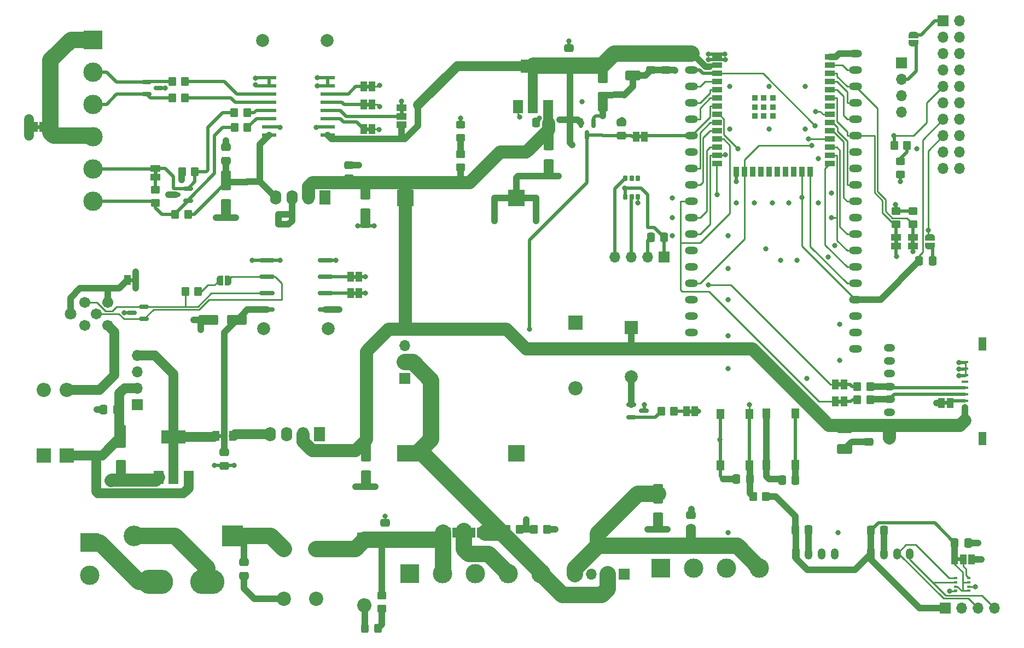
<source format=gbr>
%TF.GenerationSoftware,KiCad,Pcbnew,7.0.8*%
%TF.CreationDate,2023-11-15T18:30:51+02:00*%
%TF.ProjectId,CAN_DISPLAY,43414e5f-4449-4535-904c-41592e6b6963,rev?*%
%TF.SameCoordinates,Original*%
%TF.FileFunction,Copper,L1,Top*%
%TF.FilePolarity,Positive*%
%FSLAX46Y46*%
G04 Gerber Fmt 4.6, Leading zero omitted, Abs format (unit mm)*
G04 Created by KiCad (PCBNEW 7.0.8) date 2023-11-15 18:30:51*
%MOMM*%
%LPD*%
G01*
G04 APERTURE LIST*
G04 Aperture macros list*
%AMRoundRect*
0 Rectangle with rounded corners*
0 $1 Rounding radius*
0 $2 $3 $4 $5 $6 $7 $8 $9 X,Y pos of 4 corners*
0 Add a 4 corners polygon primitive as box body*
4,1,4,$2,$3,$4,$5,$6,$7,$8,$9,$2,$3,0*
0 Add four circle primitives for the rounded corners*
1,1,$1+$1,$2,$3*
1,1,$1+$1,$4,$5*
1,1,$1+$1,$6,$7*
1,1,$1+$1,$8,$9*
0 Add four rect primitives between the rounded corners*
20,1,$1+$1,$2,$3,$4,$5,0*
20,1,$1+$1,$4,$5,$6,$7,0*
20,1,$1+$1,$6,$7,$8,$9,0*
20,1,$1+$1,$8,$9,$2,$3,0*%
%AMFreePoly0*
4,1,19,0.500000,-0.750000,0.000000,-0.750000,0.000000,-0.744911,-0.071157,-0.744911,-0.207708,-0.704816,-0.327430,-0.627875,-0.420627,-0.520320,-0.479746,-0.390866,-0.500000,-0.250000,-0.500000,0.250000,-0.479746,0.390866,-0.420627,0.520320,-0.327430,0.627875,-0.207708,0.704816,-0.071157,0.744911,0.000000,0.744911,0.000000,0.750000,0.500000,0.750000,0.500000,-0.750000,0.500000,-0.750000,
$1*%
%AMFreePoly1*
4,1,19,0.000000,0.744911,0.071157,0.744911,0.207708,0.704816,0.327430,0.627875,0.420627,0.520320,0.479746,0.390866,0.500000,0.250000,0.500000,-0.250000,0.479746,-0.390866,0.420627,-0.520320,0.327430,-0.627875,0.207708,-0.704816,0.071157,-0.744911,0.000000,-0.744911,0.000000,-0.750000,-0.500000,-0.750000,-0.500000,0.750000,0.000000,0.750000,0.000000,0.744911,0.000000,0.744911,
$1*%
G04 Aperture macros list end*
%TA.AperFunction,SMDPad,CuDef*%
%ADD10R,1.000000X0.400000*%
%TD*%
%TA.AperFunction,SMDPad,CuDef*%
%ADD11R,1.300000X2.000000*%
%TD*%
%TA.AperFunction,SMDPad,CuDef*%
%ADD12RoundRect,0.250000X-0.475000X0.337500X-0.475000X-0.337500X0.475000X-0.337500X0.475000X0.337500X0*%
%TD*%
%TA.AperFunction,SMDPad,CuDef*%
%ADD13R,1.000000X1.500000*%
%TD*%
%TA.AperFunction,ComponentPad*%
%ADD14R,3.000000X3.000000*%
%TD*%
%TA.AperFunction,ComponentPad*%
%ADD15C,3.000000*%
%TD*%
%TA.AperFunction,ComponentPad*%
%ADD16R,1.700000X1.700000*%
%TD*%
%TA.AperFunction,ComponentPad*%
%ADD17O,1.700000X1.700000*%
%TD*%
%TA.AperFunction,SMDPad,CuDef*%
%ADD18RoundRect,0.250000X0.350000X0.450000X-0.350000X0.450000X-0.350000X-0.450000X0.350000X-0.450000X0*%
%TD*%
%TA.AperFunction,ComponentPad*%
%ADD19RoundRect,0.250000X-0.350000X-0.625000X0.350000X-0.625000X0.350000X0.625000X-0.350000X0.625000X0*%
%TD*%
%TA.AperFunction,ComponentPad*%
%ADD20O,1.200000X1.750000*%
%TD*%
%TA.AperFunction,ComponentPad*%
%ADD21R,2.200000X2.200000*%
%TD*%
%TA.AperFunction,ComponentPad*%
%ADD22O,2.200000X2.200000*%
%TD*%
%TA.AperFunction,SMDPad,CuDef*%
%ADD23RoundRect,0.150000X0.587500X0.150000X-0.587500X0.150000X-0.587500X-0.150000X0.587500X-0.150000X0*%
%TD*%
%TA.AperFunction,SMDPad,CuDef*%
%ADD24RoundRect,0.250000X-0.450000X0.325000X-0.450000X-0.325000X0.450000X-0.325000X0.450000X0.325000X0*%
%TD*%
%TA.AperFunction,SMDPad,CuDef*%
%ADD25RoundRect,0.150000X-0.150000X0.587500X-0.150000X-0.587500X0.150000X-0.587500X0.150000X0.587500X0*%
%TD*%
%TA.AperFunction,SMDPad,CuDef*%
%ADD26RoundRect,0.250000X-0.550000X1.250000X-0.550000X-1.250000X0.550000X-1.250000X0.550000X1.250000X0*%
%TD*%
%TA.AperFunction,SMDPad,CuDef*%
%ADD27RoundRect,0.250000X-0.450000X0.350000X-0.450000X-0.350000X0.450000X-0.350000X0.450000X0.350000X0*%
%TD*%
%TA.AperFunction,SMDPad,CuDef*%
%ADD28R,1.500000X1.000000*%
%TD*%
%TA.AperFunction,ComponentPad*%
%ADD29RoundRect,0.250000X0.625000X-0.350000X0.625000X0.350000X-0.625000X0.350000X-0.625000X-0.350000X0*%
%TD*%
%TA.AperFunction,ComponentPad*%
%ADD30O,1.750000X1.200000*%
%TD*%
%TA.AperFunction,ComponentPad*%
%ADD31C,2.200000*%
%TD*%
%TA.AperFunction,SMDPad,CuDef*%
%ADD32RoundRect,0.250000X-0.350000X-0.450000X0.350000X-0.450000X0.350000X0.450000X-0.350000X0.450000X0*%
%TD*%
%TA.AperFunction,SMDPad,CuDef*%
%ADD33R,1.300000X1.550000*%
%TD*%
%TA.AperFunction,SMDPad,CuDef*%
%ADD34RoundRect,0.250000X0.475000X-0.337500X0.475000X0.337500X-0.475000X0.337500X-0.475000X-0.337500X0*%
%TD*%
%TA.AperFunction,SMDPad,CuDef*%
%ADD35FreePoly0,180.000000*%
%TD*%
%TA.AperFunction,SMDPad,CuDef*%
%ADD36FreePoly1,180.000000*%
%TD*%
%TA.AperFunction,SMDPad,CuDef*%
%ADD37RoundRect,0.250000X-0.337500X-0.475000X0.337500X-0.475000X0.337500X0.475000X-0.337500X0.475000X0*%
%TD*%
%TA.AperFunction,SMDPad,CuDef*%
%ADD38R,1.500000X2.000000*%
%TD*%
%TA.AperFunction,SMDPad,CuDef*%
%ADD39R,3.800000X2.000000*%
%TD*%
%TA.AperFunction,ComponentPad*%
%ADD40R,1.750000X2.250000*%
%TD*%
%TA.AperFunction,ComponentPad*%
%ADD41O,1.750000X2.250000*%
%TD*%
%TA.AperFunction,ComponentPad*%
%ADD42C,1.701800*%
%TD*%
%TA.AperFunction,ComponentPad*%
%ADD43C,1.803400*%
%TD*%
%TA.AperFunction,SMDPad,CuDef*%
%ADD44R,1.500000X0.900000*%
%TD*%
%TA.AperFunction,SMDPad,CuDef*%
%ADD45R,0.900000X1.500000*%
%TD*%
%TA.AperFunction,SMDPad,CuDef*%
%ADD46R,0.900000X0.900000*%
%TD*%
%TA.AperFunction,ComponentPad*%
%ADD47R,2.000000X2.000000*%
%TD*%
%TA.AperFunction,ComponentPad*%
%ADD48C,2.000000*%
%TD*%
%TA.AperFunction,SMDPad,CuDef*%
%ADD49FreePoly0,270.000000*%
%TD*%
%TA.AperFunction,SMDPad,CuDef*%
%ADD50FreePoly1,270.000000*%
%TD*%
%TA.AperFunction,SMDPad,CuDef*%
%ADD51RoundRect,0.250001X-0.924999X0.499999X-0.924999X-0.499999X0.924999X-0.499999X0.924999X0.499999X0*%
%TD*%
%TA.AperFunction,SMDPad,CuDef*%
%ADD52R,0.500000X0.350000*%
%TD*%
%TA.AperFunction,ComponentPad*%
%ADD53O,5.500000X3.800000*%
%TD*%
%TA.AperFunction,ComponentPad*%
%ADD54O,5.300000X3.800000*%
%TD*%
%TA.AperFunction,SMDPad,CuDef*%
%ADD55RoundRect,0.250000X-0.550000X1.500000X-0.550000X-1.500000X0.550000X-1.500000X0.550000X1.500000X0*%
%TD*%
%TA.AperFunction,SMDPad,CuDef*%
%ADD56RoundRect,0.150000X-0.587500X-0.150000X0.587500X-0.150000X0.587500X0.150000X-0.587500X0.150000X0*%
%TD*%
%TA.AperFunction,SMDPad,CuDef*%
%ADD57RoundRect,0.250000X0.450000X-0.350000X0.450000X0.350000X-0.450000X0.350000X-0.450000X-0.350000X0*%
%TD*%
%TA.AperFunction,SMDPad,CuDef*%
%ADD58RoundRect,0.175000X0.175000X-0.275000X0.175000X0.275000X-0.175000X0.275000X-0.175000X-0.275000X0*%
%TD*%
%TA.AperFunction,SMDPad,CuDef*%
%ADD59RoundRect,0.250000X0.337500X0.475000X-0.337500X0.475000X-0.337500X-0.475000X0.337500X-0.475000X0*%
%TD*%
%TA.AperFunction,ComponentPad*%
%ADD60R,2.000000X1.200000*%
%TD*%
%TA.AperFunction,ComponentPad*%
%ADD61O,2.000000X1.200000*%
%TD*%
%TA.AperFunction,ComponentPad*%
%ADD62R,3.200000X3.200000*%
%TD*%
%TA.AperFunction,ComponentPad*%
%ADD63O,3.200000X3.200000*%
%TD*%
%TA.AperFunction,ComponentPad*%
%ADD64R,2.500000X2.500000*%
%TD*%
%TA.AperFunction,SMDPad,CuDef*%
%ADD65R,2.311400X0.558800*%
%TD*%
%TA.AperFunction,SMDPad,CuDef*%
%ADD66RoundRect,0.250000X0.450000X-0.325000X0.450000X0.325000X-0.450000X0.325000X-0.450000X-0.325000X0*%
%TD*%
%TA.AperFunction,SMDPad,CuDef*%
%ADD67FreePoly0,90.000000*%
%TD*%
%TA.AperFunction,SMDPad,CuDef*%
%ADD68FreePoly1,90.000000*%
%TD*%
%TA.AperFunction,SMDPad,CuDef*%
%ADD69RoundRect,0.250000X-0.325000X-0.450000X0.325000X-0.450000X0.325000X0.450000X-0.325000X0.450000X0*%
%TD*%
%TA.AperFunction,SMDPad,CuDef*%
%ADD70RoundRect,0.162500X1.012500X0.162500X-1.012500X0.162500X-1.012500X-0.162500X1.012500X-0.162500X0*%
%TD*%
%TA.AperFunction,SMDPad,CuDef*%
%ADD71RoundRect,0.250000X1.250000X0.550000X-1.250000X0.550000X-1.250000X-0.550000X1.250000X-0.550000X0*%
%TD*%
%TA.AperFunction,ViaPad*%
%ADD72C,0.800000*%
%TD*%
%TA.AperFunction,Conductor*%
%ADD73C,0.500000*%
%TD*%
%TA.AperFunction,Conductor*%
%ADD74C,1.000000*%
%TD*%
%TA.AperFunction,Conductor*%
%ADD75C,0.250000*%
%TD*%
%TA.AperFunction,Conductor*%
%ADD76C,2.000000*%
%TD*%
%TA.AperFunction,Conductor*%
%ADD77C,1.500000*%
%TD*%
%TA.AperFunction,Conductor*%
%ADD78C,2.500000*%
%TD*%
G04 APERTURE END LIST*
%TA.AperFunction,EtchedComponent*%
%TO.C,JP15*%
G36*
X105772000Y-96312000D02*
G01*
X105272000Y-96312000D01*
X105272000Y-95712000D01*
X105772000Y-95712000D01*
X105772000Y-96312000D01*
G37*
%TD.AperFunction*%
%TA.AperFunction,EtchedComponent*%
%TO.C,JP4*%
G36*
X199257000Y-137510800D02*
G01*
X198757000Y-137510800D01*
X198757000Y-136910800D01*
X199257000Y-136910800D01*
X199257000Y-137510800D01*
G37*
%TD.AperFunction*%
%TA.AperFunction,EtchedComponent*%
%TO.C,JP6*%
G36*
X113076000Y-68210000D02*
G01*
X112476000Y-68210000D01*
X112476000Y-67710000D01*
X113076000Y-67710000D01*
X113076000Y-68210000D01*
G37*
%TD.AperFunction*%
%TA.AperFunction,EtchedComponent*%
%TO.C,JP1*%
G36*
X197237400Y-113304600D02*
G01*
X196737400Y-113304600D01*
X196737400Y-112704600D01*
X197237400Y-112704600D01*
X197237400Y-113304600D01*
G37*
%TD.AperFunction*%
%TA.AperFunction,EtchedComponent*%
%TO.C,JP2*%
G36*
X84914000Y-118410000D02*
G01*
X84414000Y-118410000D01*
X84414000Y-117810000D01*
X84914000Y-117810000D01*
X84914000Y-118410000D01*
G37*
%TD.AperFunction*%
%TA.AperFunction,EtchedComponent*%
%TO.C,JP7*%
G36*
X107804000Y-67102000D02*
G01*
X107304000Y-67102000D01*
X107304000Y-66502000D01*
X107804000Y-66502000D01*
X107804000Y-67102000D01*
G37*
%TD.AperFunction*%
%TA.AperFunction,EtchedComponent*%
%TO.C,JP13*%
G36*
X192197000Y-88286400D02*
G01*
X191597000Y-88286400D01*
X191597000Y-87786400D01*
X192197000Y-87786400D01*
X192197000Y-88286400D01*
G37*
%TD.AperFunction*%
%TA.AperFunction,EtchedComponent*%
%TO.C,JP24*%
G36*
X157730000Y-114600000D02*
G01*
X157230000Y-114600000D01*
X157230000Y-114000000D01*
X157730000Y-114000000D01*
X157730000Y-114600000D01*
G37*
%TD.AperFunction*%
%TA.AperFunction,EtchedComponent*%
%TO.C,JP18*%
G36*
X74976000Y-77608000D02*
G01*
X74376000Y-77608000D01*
X74376000Y-77108000D01*
X74976000Y-77108000D01*
X74976000Y-77608000D01*
G37*
%TD.AperFunction*%
%TA.AperFunction,EtchedComponent*%
%TO.C,JP5*%
G36*
X56793702Y-70578809D02*
G01*
X56293702Y-70578809D01*
X56293702Y-69978809D01*
X56793702Y-69978809D01*
X56793702Y-70578809D01*
G37*
%TD.AperFunction*%
%TA.AperFunction,EtchedComponent*%
%TO.C,JP10*%
G36*
X180814000Y-113076000D02*
G01*
X180314000Y-113076000D01*
X180314000Y-112476000D01*
X180814000Y-112476000D01*
X180814000Y-113076000D01*
G37*
%TD.AperFunction*%
%TA.AperFunction,EtchedComponent*%
%TO.C,JP14*%
G36*
X105772000Y-93772000D02*
G01*
X105272000Y-93772000D01*
X105272000Y-93172000D01*
X105772000Y-93172000D01*
X105772000Y-93772000D01*
G37*
%TD.AperFunction*%
%TA.AperFunction,EtchedComponent*%
%TO.C,JP3*%
G36*
X71228000Y-94280000D02*
G01*
X70728000Y-94280000D01*
X70728000Y-93680000D01*
X71228000Y-93680000D01*
X71228000Y-94280000D01*
G37*
%TD.AperFunction*%
%TA.AperFunction,EtchedComponent*%
%TO.C,JP12*%
G36*
X189606200Y-88286400D02*
G01*
X189006200Y-88286400D01*
X189006200Y-87786400D01*
X189606200Y-87786400D01*
X189606200Y-88286400D01*
G37*
%TD.AperFunction*%
%TA.AperFunction,EtchedComponent*%
%TO.C,JP11*%
G36*
X180803600Y-110434400D02*
G01*
X180303600Y-110434400D01*
X180303600Y-109834400D01*
X180803600Y-109834400D01*
X180803600Y-110434400D01*
G37*
%TD.AperFunction*%
%TA.AperFunction,EtchedComponent*%
%TO.C,JP9*%
G36*
X107804000Y-64308000D02*
G01*
X107304000Y-64308000D01*
X107304000Y-63708000D01*
X107804000Y-63708000D01*
X107804000Y-64308000D01*
G37*
%TD.AperFunction*%
%TA.AperFunction,EtchedComponent*%
%TO.C,JP22*%
G36*
X149968000Y-72055000D02*
G01*
X149468000Y-72055000D01*
X149468000Y-71455000D01*
X149968000Y-71455000D01*
X149968000Y-72055000D01*
G37*
%TD.AperFunction*%
%TA.AperFunction,EtchedComponent*%
%TO.C,JP8*%
G36*
X107804000Y-70912000D02*
G01*
X107304000Y-70912000D01*
X107304000Y-70312000D01*
X107804000Y-70312000D01*
X107804000Y-70912000D01*
G37*
%TD.AperFunction*%
%TD*%
D10*
%TO.P,J1,1,Pin_1*%
%TO.N,+5V*%
X199948800Y-115680000D03*
%TO.P,J1,2,Pin_2*%
X199948800Y-114680000D03*
%TO.P,J1,3,Pin_3*%
X199948800Y-113680000D03*
%TO.P,J1,4,Pin_4*%
%TO.N,Net-(J1-Pin_4)*%
X199948800Y-112680000D03*
%TO.P,J1,5,Pin_5*%
%TO.N,/Display/DWIN TX*%
X199948800Y-111680000D03*
%TO.P,J1,6,Pin_6*%
%TO.N,/Display/DWIN RX*%
X199948800Y-110680000D03*
%TO.P,J1,7,Pin_7*%
%TO.N,unconnected-(J1-Pin_7-Pad7)*%
X199948800Y-109680000D03*
%TO.P,J1,8,Pin_8*%
%TO.N,GND*%
X199948800Y-108680000D03*
%TO.P,J1,9,Pin_9*%
X199948800Y-107680000D03*
%TO.P,J1,10,Pin_10*%
X199948800Y-106680000D03*
D11*
%TO.P,J1,MP*%
%TO.N,N/C*%
X202648800Y-118480000D03*
X202648800Y-103880000D03*
%TD*%
D12*
%TO.P,C26,1*%
%TO.N,+5V*%
X185039000Y-116945500D03*
%TO.P,C26,2*%
%TO.N,GND*%
X185039000Y-119020500D03*
%TD*%
D13*
%TO.P,JP15,1,A*%
%TO.N,/ESP32/GPIO_04*%
X106172000Y-96012000D03*
%TO.P,JP15,2,B*%
%TO.N,CANBUS_TO_RX*%
X104872000Y-96012000D03*
%TD*%
D14*
%TO.P,J6,1,Pin_1*%
%TO.N,Net-(J6-Pin_1)*%
X64516000Y-134620000D03*
D15*
%TO.P,J6,2,Pin_2*%
%TO.N,GNDPWR*%
X64516000Y-139700000D03*
%TD*%
D16*
%TO.P,J16,1,Pin_1*%
%TO.N,+3V3*%
X196860000Y-144780000D03*
D17*
%TO.P,J16,2,Pin_2*%
%TO.N,GND*%
X199400000Y-144780000D03*
%TO.P,J16,3,Pin_3*%
%TO.N,I2C_SCL*%
X201940000Y-144780000D03*
%TO.P,J16,4,Pin_4*%
%TO.N,I2C_SDA*%
X204480000Y-144780000D03*
%TD*%
D18*
%TO.P,R1,1*%
%TO.N,Net-(U5-B)*%
X88868000Y-68072000D03*
%TO.P,R1,2*%
%TO.N,/Isolated/NMEA OUT-*%
X86868000Y-68072000D03*
%TD*%
D19*
%TO.P,J3,1,Pin_1*%
%TO.N,+3V3*%
X173769000Y-136352000D03*
D20*
%TO.P,J3,2,Pin_2*%
%TO.N,GND*%
X175769000Y-136352000D03*
%TO.P,J3,3,Pin_3*%
%TO.N,I2C_SCL*%
X177769000Y-136352000D03*
%TO.P,J3,4,Pin_4*%
%TO.N,I2C_SDA*%
X179769000Y-136352000D03*
%TD*%
D21*
%TO.P,D11,1,K*%
%TO.N,Net-(D1-K)*%
X57327800Y-121158000D03*
D22*
%TO.P,D11,2,A*%
%TO.N,GND2*%
X57327800Y-110998000D03*
%TD*%
D23*
%TO.P,D8,1,K*%
%TO.N,/Isolated/NMEA OUT+*%
X79677500Y-81722000D03*
%TO.P,D8,2,K*%
%TO.N,/Isolated/NMEA OUT-*%
X79677500Y-79822000D03*
%TO.P,D8,3,A*%
%TO.N,GND3*%
X77802500Y-80772000D03*
%TD*%
D13*
%TO.P,JP4,1,A*%
%TO.N,+3V3*%
X198357000Y-137210800D03*
%TO.P,JP4,2,C*%
%TO.N,Net-(JP4-C)*%
X199657000Y-137210800D03*
%TO.P,JP4,3,B*%
%TO.N,GND*%
X200957000Y-137210800D03*
%TD*%
D24*
%TO.P,D4,1,K*%
%TO.N,GND*%
X121920000Y-69912500D03*
%TO.P,D4,2,A*%
%TO.N,Net-(D4-A)*%
X121920000Y-71962500D03*
%TD*%
D25*
%TO.P,D9,1,A*%
%TO.N,GND*%
X142428000Y-69674500D03*
%TO.P,D9,2,K*%
%TO.N,+3V3*%
X140528000Y-69674500D03*
%TO.P,D9,3,COM*%
%TO.N,A2D_12V*%
X141478000Y-71549500D03*
%TD*%
D26*
%TO.P,C17,1*%
%TO.N,+3V3*%
X143891000Y-61935000D03*
%TO.P,C17,2*%
%TO.N,GND*%
X143891000Y-66335000D03*
%TD*%
D27*
%TO.P,R7,1*%
%TO.N,Net-(JP18-A)*%
X74676000Y-80026000D03*
%TO.P,R7,2*%
%TO.N,/Isolated/NMEA OUT+*%
X74676000Y-82026000D03*
%TD*%
D16*
%TO.P,J8,1,Pin_1*%
%TO.N,unconnected-(J8-Pin_1-Pad1)*%
X113284000Y-109220000D03*
D17*
%TO.P,J8,2,Pin_2*%
%TO.N,+12V*%
X113284000Y-106680000D03*
%TO.P,J8,3,Pin_3*%
%TO.N,GND*%
X113284000Y-104140000D03*
%TO.P,J8,4,Pin_4*%
%TO.N,+5V*%
X113284000Y-101600000D03*
%TD*%
D18*
%TO.P,R21,1*%
%TO.N,A2D_12V*%
X131032000Y-132588000D03*
%TO.P,R21,2*%
%TO.N,+12V*%
X129032000Y-132588000D03*
%TD*%
D26*
%TO.P,C6,1*%
%TO.N,+5V*%
X107213400Y-120558200D03*
%TO.P,C6,2*%
%TO.N,GND*%
X107213400Y-124958200D03*
%TD*%
D28*
%TO.P,JP6,1,A*%
%TO.N,GND*%
X112776000Y-67310000D03*
%TO.P,JP6,2,C*%
%TO.N,Net-(JP6-C)*%
X112776000Y-68610000D03*
%TO.P,JP6,3,B*%
%TO.N,+3V3*%
X112776000Y-69910000D03*
%TD*%
D13*
%TO.P,JP1,1,A*%
%TO.N,GND*%
X196337400Y-113004600D03*
%TO.P,JP1,2,B*%
%TO.N,Net-(J1-Pin_4)*%
X197637400Y-113004600D03*
%TD*%
D29*
%TO.P,J14,1,Pin_1*%
%TO.N,+5V*%
X188278600Y-118455200D03*
D30*
%TO.P,J14,2,Pin_2*%
X188278600Y-116455200D03*
%TO.P,J14,3,Pin_3*%
%TO.N,unconnected-(J14-Pin_3-Pad3)*%
X188278600Y-114455200D03*
%TO.P,J14,4,Pin_4*%
%TO.N,/Display/DWIN TX*%
X188278600Y-112455200D03*
%TO.P,J14,5,Pin_5*%
%TO.N,/Display/DWIN RX*%
X188278600Y-110455200D03*
%TO.P,J14,6,Pin_6*%
%TO.N,unconnected-(J14-Pin_6-Pad6)*%
X188278600Y-108455200D03*
%TO.P,J14,7,Pin_7*%
%TO.N,GND*%
X188278600Y-106455200D03*
%TO.P,J14,8,Pin_8*%
X188278600Y-104455200D03*
%TD*%
D13*
%TO.P,JP2,1,A*%
%TO.N,Net-(J9-Pin_4)*%
X84014000Y-118110000D03*
%TO.P,JP2,2,C*%
%TO.N,+5VD*%
X85314000Y-118110000D03*
%TO.P,JP2,3,B*%
%TO.N,Net-(JP2-B)*%
X86614000Y-118110000D03*
%TD*%
D18*
%TO.P,R22,1*%
%TO.N,GND*%
X135239000Y-132588000D03*
%TO.P,R22,2*%
%TO.N,A2D_12V*%
X133239000Y-132588000D03*
%TD*%
D14*
%TO.P,J20,1,Pin_1*%
%TO.N,Net-(J20-Pin_1)*%
X65024000Y-56788000D03*
D15*
%TO.P,J20,2,Pin_2*%
%TO.N,/Isolated/NMEA IN-*%
X65024000Y-61788000D03*
%TO.P,J20,3,Pin_3*%
%TO.N,/Isolated/NMEA IN+*%
X65024000Y-66788000D03*
%TO.P,J20,4,Pin_4*%
%TO.N,Net-(J20-Pin_1)*%
X65024000Y-71788000D03*
%TO.P,J20,5,Pin_5*%
%TO.N,/Isolated/NMEA OUT-*%
X65024000Y-76788000D03*
%TO.P,J20,6,Pin_6*%
%TO.N,/Isolated/NMEA OUT+*%
X65024000Y-81788000D03*
%TD*%
D31*
%TO.P,FL1,1,1*%
%TO.N,Net-(D12-K)*%
X94568000Y-135636000D03*
%TO.P,FL1,2,2*%
%TO.N,/PowerSuply/12V_FL*%
X99568000Y-135636000D03*
%TO.P,FL1,3,3*%
%TO.N,GND*%
X99568000Y-143336000D03*
%TO.P,FL1,4,4*%
%TO.N,GNDPWR*%
X94568000Y-143336000D03*
%TD*%
D18*
%TO.P,R11,1*%
%TO.N,Net-(D5-A)*%
X191008000Y-73152000D03*
%TO.P,R11,2*%
%TO.N,/ESP32/GPIO_13*%
X189008000Y-73152000D03*
%TD*%
D32*
%TO.P,R13,1*%
%TO.N,TX_DISPLAY_RX*%
X183272400Y-112471200D03*
%TO.P,R13,2*%
%TO.N,/Display/DWIN TX*%
X185272400Y-112471200D03*
%TD*%
D33*
%TO.P,SW1,1,1*%
%TO.N,GND*%
X169214500Y-122603000D03*
X169214500Y-114653000D03*
%TO.P,SW1,2,2*%
%TO.N,/ESP32/GPIO_00_BOOT*%
X173714500Y-122603000D03*
X173714500Y-114653000D03*
%TD*%
D34*
%TO.P,C32,1*%
%TO.N,+5VA*%
X85598000Y-75481000D03*
%TO.P,C32,2*%
%TO.N,GND3*%
X85598000Y-73406000D03*
%TD*%
D35*
%TO.P,JP19,1,A*%
%TO.N,Net-(JP19-A)*%
X85902800Y-94056200D03*
D36*
%TO.P,JP19,2,B*%
%TO.N,Net-(JP19-B)*%
X84602800Y-94056200D03*
%TD*%
D37*
%TO.P,C21,1*%
%TO.N,GND*%
X171661000Y-124968000D03*
%TO.P,C21,2*%
%TO.N,/ESP32/GPIO_00_BOOT*%
X173736000Y-124968000D03*
%TD*%
D21*
%TO.P,D6,1,K*%
%TO.N,+5V*%
X139700000Y-100584000D03*
D22*
%TO.P,D6,2,A*%
%TO.N,Net-(BZ1-+)*%
X139700000Y-110744000D03*
%TD*%
D37*
%TO.P,C22,1*%
%TO.N,GND*%
X164570500Y-124813000D03*
%TO.P,C22,2*%
%TO.N,/ESP32/EN*%
X166645500Y-124813000D03*
%TD*%
D38*
%TO.P,U7,1,GND*%
%TO.N,GND*%
X130796000Y-67158000D03*
%TO.P,U7,2,VO*%
%TO.N,+3V3*%
X133096000Y-67158000D03*
D39*
X133096000Y-60858000D03*
D38*
%TO.P,U7,3,VI*%
%TO.N,+5V*%
X135396000Y-67158000D03*
%TD*%
D16*
%TO.P,J10,1,Pin_1*%
%TO.N,unconnected-(J10-Pin_1-Pad1)*%
X147231400Y-139491000D03*
D17*
%TO.P,J10,2,Pin_2*%
%TO.N,+12V*%
X144691400Y-139491000D03*
%TO.P,J10,3,Pin_3*%
%TO.N,GND*%
X142151400Y-139491000D03*
%TO.P,J10,4,Pin_4*%
%TO.N,+5VP*%
X139611400Y-139491000D03*
%TD*%
D32*
%TO.P,R6,1*%
%TO.N,/Isolated/NMEA OUT+*%
X77724000Y-83820000D03*
%TO.P,R6,2*%
%TO.N,+5VA*%
X79724000Y-83820000D03*
%TD*%
D18*
%TO.P,R15,1*%
%TO.N,/Display/DWIN RX*%
X185272400Y-110439200D03*
%TO.P,R15,2*%
%TO.N,RX_DISPLAY_TX*%
X183272400Y-110439200D03*
%TD*%
D40*
%TO.P,PS1,1,-Vin*%
%TO.N,GND*%
X100076000Y-117856000D03*
D41*
%TO.P,PS1,2,+Vin*%
%TO.N,+5V*%
X97536000Y-117856000D03*
%TO.P,PS1,3,-Vout*%
%TO.N,GND2*%
X94996000Y-117856000D03*
%TO.P,PS1,4,+Vout*%
%TO.N,Net-(JP2-B)*%
X92456000Y-117856000D03*
%TD*%
D34*
%TO.P,C19,1*%
%TO.N,+5VP*%
X157513000Y-132480500D03*
%TO.P,C19,2*%
%TO.N,GND*%
X157513000Y-130405500D03*
%TD*%
D13*
%TO.P,JP7,1,A*%
%TO.N,/ESP32/GPIO_15*%
X108204000Y-66802000D03*
%TO.P,JP7,2,B*%
%TO.N,NMEA0183_Enable*%
X106904000Y-66802000D03*
%TD*%
D42*
%TO.P,J4,1,1*%
%TO.N,Net-(JP3-A)*%
X67289500Y-97475000D03*
%TO.P,J4,2,2*%
%TO.N,Net-(D1-A)*%
X67289500Y-101010534D03*
%TO.P,J4,3,3*%
%TO.N,GND2*%
X63753966Y-101010534D03*
%TO.P,J4,4,4*%
%TO.N,Net-(U3-CANH)*%
X63753966Y-97475000D03*
%TO.P,J4,5,5*%
%TO.N,Net-(JP19-A)*%
X65521733Y-99242767D03*
D43*
%TO.P,J4,6*%
%TO.N,Net-(JP3-A)*%
X61521741Y-99242767D03*
%TD*%
D44*
%TO.P,U2,1,GND*%
%TO.N,GND*%
X161562000Y-59456000D03*
%TO.P,U2,2,3V3*%
%TO.N,+3V3*%
X161562000Y-60726000D03*
%TO.P,U2,3,EN/CHIP_PU*%
%TO.N,/ESP32/EN*%
X161562000Y-61996000D03*
%TO.P,U2,4,SENSOR_VP/GPIO36/ADC1_CH0*%
%TO.N,/ESP32/GPIO_36*%
X161562000Y-63266000D03*
%TO.P,U2,5,SENSOR_VN/GPIO39/ADC1_CH3*%
%TO.N,/ESP32/GPIO_39*%
X161562000Y-64536000D03*
%TO.P,U2,6,GPIO34/ADC1_CH6*%
%TO.N,/ESP32/GPIO_34*%
X161562000Y-65806000D03*
%TO.P,U2,7,GPIO35/ADC1_CH7*%
%TO.N,/ESP32/GPIO_35*%
X161562000Y-67076000D03*
%TO.P,U2,8,32K_XP/GPIO32/ADC1_CH4*%
%TO.N,/ESP32/GPIO_32_32K*%
X161562000Y-68346000D03*
%TO.P,U2,9,32K_XN/GPIO33/ADC1_CH5*%
%TO.N,/ESP32/GPIO_33_32K*%
X161562000Y-69616000D03*
%TO.P,U2,10,DAC_1/ADC2_CH8/GPIO25*%
%TO.N,/ESP32/GPIO_25*%
X161562000Y-70886000D03*
%TO.P,U2,11,DAC_2/ADC2_CH9/GPIO26*%
%TO.N,/ESP32/GPIO_26*%
X161562000Y-72156000D03*
%TO.P,U2,12,ADC2_CH7/GPIO27*%
%TO.N,/ESP32/GPIO_27*%
X161562000Y-73426000D03*
%TO.P,U2,13,MTMS/GPIO14/ADC2_CH6*%
%TO.N,/ESP32/GPIO_14*%
X161562000Y-74696000D03*
%TO.P,U2,14,MTDI/GPIO12/ADC2_CH5*%
%TO.N,/ESP32/GPIO_12*%
X161562000Y-75966000D03*
D45*
%TO.P,U2,15,GND*%
%TO.N,GND*%
X164592000Y-77216000D03*
%TO.P,U2,16,MTCK/GPIO13/ADC2_CH4*%
%TO.N,/ESP32/GPIO_13*%
X165862000Y-77216000D03*
%TO.P,U2,17*%
%TO.N,N/C*%
X167132000Y-77216000D03*
%TO.P,U2,18*%
X168402000Y-77216000D03*
%TO.P,U2,19*%
X169672000Y-77216000D03*
%TO.P,U2,20*%
X170942000Y-77216000D03*
%TO.P,U2,21*%
X172212000Y-77216000D03*
%TO.P,U2,22*%
X173482000Y-77216000D03*
%TO.P,U2,23,MTDO/GPIO15/ADC2_CH3*%
%TO.N,/ESP32/GPIO_15*%
X174752000Y-77216000D03*
%TO.P,U2,24,ADC2_CH2/GPIO2*%
%TO.N,/ESP32/GPIO_02*%
X176022000Y-77216000D03*
D44*
%TO.P,U2,25,GPIO0/BOOT/ADC2_CH1*%
%TO.N,/ESP32/GPIO_00_BOOT*%
X179062000Y-75966000D03*
%TO.P,U2,26,ADC2_CH0/GPIO4*%
%TO.N,/ESP32/GPIO_04*%
X179062000Y-74696000D03*
%TO.P,U2,27,GPIO16*%
%TO.N,/ESP32/GPIO_16*%
X179062000Y-73426000D03*
%TO.P,U2,28,GPIO17*%
%TO.N,/ESP32/GPIO_17*%
X179062000Y-72156000D03*
%TO.P,U2,29,GPIO5*%
%TO.N,/ESP32/GPIO_05*%
X179062000Y-70886000D03*
%TO.P,U2,30,GPIO18*%
%TO.N,/ESP32/GPIO_18*%
X179062000Y-69616000D03*
%TO.P,U2,31,GPIO19*%
%TO.N,/ESP32/GPIO_19*%
X179062000Y-68346000D03*
%TO.P,U2,32*%
%TO.N,N/C*%
X179062000Y-67076000D03*
%TO.P,U2,33,GPIO21*%
%TO.N,/ESP32/GPIO_21*%
X179062000Y-65806000D03*
%TO.P,U2,34,U0RXD/GPIO3*%
%TO.N,/ESP32/GPIO_03_U0RXD*%
X179062000Y-64536000D03*
%TO.P,U2,35,U0TXD/GPIO1*%
%TO.N,/ESP32/GPIO_01_U0TXD*%
X179062000Y-63266000D03*
%TO.P,U2,36,GPIO22*%
%TO.N,/ESP32/GPIO_22*%
X179062000Y-61996000D03*
%TO.P,U2,37,GPIO23*%
%TO.N,/ESP32/GPIO_23*%
X179062000Y-60726000D03*
%TO.P,U2,38,GND*%
%TO.N,GND*%
X179062000Y-59456000D03*
D46*
%TO.P,U2,39,GND_THERMAL*%
X167412000Y-65776000D03*
X167412000Y-65776000D03*
X167412000Y-67176000D03*
X167412000Y-68576000D03*
X167412000Y-68576000D03*
X168812000Y-65776000D03*
X168812000Y-67176000D03*
X168812000Y-68576000D03*
X168812000Y-68576000D03*
X170212000Y-65776000D03*
X170212000Y-67176000D03*
X170212000Y-68576000D03*
%TD*%
D47*
%TO.P,BZ1,1,-*%
%TO.N,+5V*%
X148336000Y-101356000D03*
D48*
%TO.P,BZ1,2,+*%
%TO.N,Net-(BZ1-+)*%
X148336000Y-108956000D03*
%TD*%
D38*
%TO.P,U4,1,GND*%
%TO.N,GND2*%
X75170000Y-124562000D03*
%TO.P,U4,2,VO*%
%TO.N,Net-(J9-Pin_4)*%
X77470000Y-124562000D03*
D39*
X77470000Y-118262000D03*
D38*
%TO.P,U4,3,VI*%
%TO.N,Net-(D1-K)*%
X79770000Y-124562000D03*
%TD*%
D49*
%TO.P,JP20,1,A*%
%TO.N,/ESP32/EN*%
X194564000Y-87376000D03*
D50*
%TO.P,JP20,2,B*%
%TO.N,Net-(JP20-B)*%
X194564000Y-88676000D03*
%TD*%
D14*
%TO.P,J15,1,Pin_1*%
%TO.N,GND*%
X152908000Y-138557000D03*
D15*
%TO.P,J15,2,Pin_2*%
%TO.N,/ESP32/GPIO_32_32K*%
X157988000Y-138557000D03*
%TO.P,J15,3,Pin_3*%
%TO.N,/ESP32/GPIO_33_32K*%
X163068000Y-138557000D03*
%TO.P,J15,4,Pin_4*%
%TO.N,+5VP*%
X168148000Y-138557000D03*
%TD*%
D18*
%TO.P,R2,1*%
%TO.N,Net-(U5-A)*%
X88900000Y-70358000D03*
%TO.P,R2,2*%
%TO.N,/Isolated/NMEA OUT+*%
X86900000Y-70358000D03*
%TD*%
D16*
%TO.P,J13,1,Pin_1*%
%TO.N,GND*%
X190119000Y-60325000D03*
D17*
%TO.P,J13,2,Pin_2*%
%TO.N,+3V3*%
X190119000Y-62865000D03*
%TO.P,J13,3,Pin_3*%
%TO.N,/ESP32/GPIO_03_U0RXD*%
X190119000Y-65405000D03*
%TO.P,J13,4,Pin_4*%
%TO.N,/ESP32/GPIO_01_U0TXD*%
X190119000Y-67945000D03*
%TD*%
D51*
%TO.P,C28,1*%
%TO.N,+3V3*%
X148539200Y-59081000D03*
%TO.P,C28,2*%
%TO.N,GND*%
X148539200Y-62331000D03*
%TD*%
D21*
%TO.P,D1,1,K*%
%TO.N,Net-(D1-K)*%
X60960000Y-121158000D03*
D22*
%TO.P,D1,2,A*%
%TO.N,Net-(D1-A)*%
X60960000Y-110998000D03*
%TD*%
D12*
%TO.P,C29,1*%
%TO.N,+3V3*%
X151384000Y-59414500D03*
%TO.P,C29,2*%
%TO.N,GND*%
X151384000Y-61489500D03*
%TD*%
%TO.P,C13,1*%
%TO.N,+5VD*%
X85344000Y-120650000D03*
%TO.P,C13,2*%
%TO.N,GND2*%
X85344000Y-122725000D03*
%TD*%
D28*
%TO.P,JP13,1,A*%
%TO.N,/ESP32/GPIO_22*%
X191897000Y-87386400D03*
%TO.P,JP13,2,B*%
%TO.N,I2C_SCL*%
X191897000Y-88686400D03*
%TD*%
D12*
%TO.P,C7,1*%
%TO.N,Net-(D12-K)*%
X88392000Y-137668000D03*
%TO.P,C7,2*%
%TO.N,GNDPWR*%
X88392000Y-139743000D03*
%TD*%
D21*
%TO.P,D10,1,K*%
%TO.N,/PowerSuply/12V_FL*%
X107010200Y-134213600D03*
D22*
%TO.P,D10,2,A*%
%TO.N,GND*%
X107010200Y-144373600D03*
%TD*%
D52*
%TO.P,U6,1,GND*%
%TO.N,GND*%
X198521600Y-142069900D03*
%TO.P,U6,2,CSB*%
%TO.N,+3V3*%
X198521600Y-141419900D03*
%TO.P,U6,3,SDI*%
%TO.N,I2C_SDA*%
X198521600Y-140769900D03*
%TO.P,U6,4,SCK*%
%TO.N,I2C_SCL*%
X198521600Y-140119900D03*
%TO.P,U6,5,SDO*%
%TO.N,Net-(JP4-C)*%
X200571600Y-140119900D03*
%TO.P,U6,6,VDDIO*%
%TO.N,+3V3*%
X200571600Y-140769900D03*
%TO.P,U6,7,GND*%
%TO.N,GND*%
X200571600Y-141419900D03*
%TO.P,U6,8,VDD*%
%TO.N,+3V3*%
X200571600Y-142069900D03*
%TD*%
D53*
%TO.P,F1,1*%
%TO.N,Net-(J6-Pin_1)*%
X74676000Y-140716000D03*
D54*
%TO.P,F1,2*%
%TO.N,Net-(D12-A)*%
X82676000Y-140716000D03*
%TD*%
D16*
%TO.P,J9,1,Pin_1*%
%TO.N,unconnected-(J9-Pin_1-Pad1)*%
X71882000Y-113233200D03*
D17*
%TO.P,J9,2,Pin_2*%
%TO.N,Net-(D1-K)*%
X71882000Y-110693200D03*
%TO.P,J9,3,Pin_3*%
%TO.N,GND2*%
X71882000Y-108153200D03*
%TO.P,J9,4,Pin_4*%
%TO.N,Net-(J9-Pin_4)*%
X71882000Y-105613200D03*
%TD*%
D13*
%TO.P,JP24,1,A*%
%TO.N,/ESP32/GPIO_14*%
X158130000Y-114300000D03*
%TO.P,JP24,2,B*%
%TO.N,BUZZER*%
X156830000Y-114300000D03*
%TD*%
D34*
%TO.P,C33,1*%
%TO.N,+5V*%
X104648000Y-78253500D03*
%TO.P,C33,2*%
%TO.N,GND*%
X104648000Y-76178500D03*
%TD*%
D55*
%TO.P,C11,1*%
%TO.N,Net-(D1-K)*%
X69342000Y-118204000D03*
%TO.P,C11,2*%
%TO.N,GND2*%
X69342000Y-123604000D03*
%TD*%
D12*
%TO.P,C27,1*%
%TO.N,+3V3*%
X153670000Y-59414500D03*
%TO.P,C27,2*%
%TO.N,GND*%
X153670000Y-61489500D03*
%TD*%
D16*
%TO.P,J19,1,Pin_1*%
%TO.N,+3V3*%
X153416000Y-90424000D03*
D17*
%TO.P,J19,2,Pin_2*%
%TO.N,GND*%
X150876000Y-90424000D03*
%TO.P,J19,3,Pin_3*%
%TO.N,I2C_SCL*%
X148336000Y-90424000D03*
%TO.P,J19,4,Pin_4*%
%TO.N,I2C_SDA*%
X145796000Y-90424000D03*
%TD*%
D56*
%TO.P,Q1,1,C*%
%TO.N,Net-(BZ1-+)*%
X148336000Y-113284000D03*
%TO.P,Q1,2,B*%
%TO.N,Net-(Q1-B)*%
X148336000Y-115184000D03*
%TO.P,Q1,3,E*%
%TO.N,GND*%
X150211000Y-114234000D03*
%TD*%
D57*
%TO.P,R23,1*%
%TO.N,/ESP32/GPIO_21*%
X189255400Y-85322400D03*
%TO.P,R23,2*%
%TO.N,+3V3*%
X189255400Y-83322400D03*
%TD*%
D58*
%TO.P,LED1,1,VDD*%
%TO.N,+3V3*%
X147402000Y-81132000D03*
%TO.P,LED1,2,SCL*%
%TO.N,I2C_SCL*%
X148352000Y-81132000D03*
%TO.P,LED1,3,GND*%
%TO.N,GND*%
X149352000Y-81132000D03*
%TO.P,LED1,4,NC*%
%TO.N,unconnected-(LED1-NC-Pad4)*%
X149352000Y-78232000D03*
%TO.P,LED1,5,INT*%
%TO.N,unconnected-(LED1-INT-Pad5)*%
X148352000Y-78232000D03*
%TO.P,LED1,6,SDA*%
%TO.N,I2C_SDA*%
X147402000Y-78232000D03*
%TD*%
D18*
%TO.P,R4,1*%
%TO.N,Net-(U5-Y)*%
X79248000Y-63246000D03*
%TO.P,R4,2*%
%TO.N,/Isolated/NMEA IN-*%
X77248000Y-63246000D03*
%TD*%
D57*
%TO.P,R24,1*%
%TO.N,/ESP32/GPIO_22*%
X191897000Y-85322400D03*
%TO.P,R24,2*%
%TO.N,+3V3*%
X191897000Y-83322400D03*
%TD*%
D37*
%TO.P,C4,1*%
%TO.N,+3V3*%
X173693000Y-132689600D03*
%TO.P,C4,2*%
%TO.N,GND*%
X175768000Y-132689600D03*
%TD*%
D59*
%TO.P,C30,1*%
%TO.N,Net-(JP20-B)*%
X194941100Y-91038200D03*
%TO.P,C30,2*%
%TO.N,/ESP32/GPIO_15*%
X192866100Y-91038200D03*
%TD*%
%TO.P,C12,1*%
%TO.N,Net-(D1-K)*%
X68703100Y-114046000D03*
%TO.P,C12,2*%
%TO.N,GND2*%
X66628100Y-114046000D03*
%TD*%
D33*
%TO.P,SW2,1,1*%
%TO.N,GND*%
X162121800Y-122692000D03*
X162121800Y-114742000D03*
%TO.P,SW2,2,2*%
%TO.N,/ESP32/EN*%
X166621800Y-122692000D03*
X166621800Y-114742000D03*
%TD*%
D28*
%TO.P,JP18,1,A*%
%TO.N,Net-(JP18-A)*%
X74676000Y-78008000D03*
%TO.P,JP18,2,B*%
%TO.N,/Isolated/NMEA OUT-*%
X74676000Y-76708000D03*
%TD*%
D26*
%TO.P,C16,1*%
%TO.N,+5V*%
X135483600Y-72374400D03*
%TO.P,C16,2*%
%TO.N,GND*%
X135483600Y-76774400D03*
%TD*%
D48*
%TO.P,C2,1*%
%TO.N,GND*%
X101266000Y-56896000D03*
%TO.P,C2,2*%
%TO.N,GND3*%
X91266000Y-56896000D03*
%TD*%
%TO.P,C1,1*%
%TO.N,GND*%
X101393000Y-101473000D03*
%TO.P,C1,2*%
%TO.N,GND2*%
X91393000Y-101473000D03*
%TD*%
D13*
%TO.P,JP5,1,A*%
%TO.N,Net-(J20-Pin_1)*%
X57193702Y-70278809D03*
%TO.P,JP5,2,B*%
%TO.N,GND3*%
X55893702Y-70278809D03*
%TD*%
D56*
%TO.P,D2,1,K*%
%TO.N,/Isolated/NMEA IN-*%
X73309000Y-63312000D03*
%TO.P,D2,2,K*%
%TO.N,/Isolated/NMEA IN+*%
X73309000Y-65212000D03*
%TO.P,D2,3,A*%
%TO.N,GND3*%
X75184000Y-64262000D03*
%TD*%
D32*
%TO.P,R5,1*%
%TO.N,GND3*%
X78756000Y-77216000D03*
%TO.P,R5,2*%
%TO.N,/Isolated/NMEA OUT-*%
X80756000Y-77216000D03*
%TD*%
D59*
%TO.P,C31,1*%
%TO.N,+3V3*%
X153416000Y-87376000D03*
%TO.P,C31,2*%
%TO.N,GND*%
X151341000Y-87376000D03*
%TD*%
D60*
%TO.P,U1,1,3V3*%
%TO.N,+3V3*%
X157629100Y-58927800D03*
D61*
%TO.P,U1,2,CHIP_PU*%
%TO.N,/ESP32/EN*%
X157629100Y-61467800D03*
%TO.P,U1,3,SENSOR_VP/GPIO36/ADC1_CH0*%
%TO.N,/ESP32/GPIO_36*%
X157629100Y-64007800D03*
%TO.P,U1,4,SENSOR_VN/GPIO39/ADC1_CH3*%
%TO.N,/ESP32/GPIO_39*%
X157629100Y-66547800D03*
%TO.P,U1,5,VDET_1/GPIO34/ADC1_CH6*%
%TO.N,/ESP32/GPIO_34*%
X157629100Y-69087800D03*
%TO.P,U1,6,VDET_2/GPIO35/ADC1_CH7*%
%TO.N,/ESP32/GPIO_35*%
X157629100Y-71627800D03*
%TO.P,U1,7,32K_XP/GPIO32/ADC1_CH4*%
%TO.N,/ESP32/GPIO_32_32K*%
X157629100Y-74167800D03*
%TO.P,U1,8,32K_XN/GPIO33/ADC1_CH5*%
%TO.N,/ESP32/GPIO_33_32K*%
X157629100Y-76707800D03*
%TO.P,U1,9,DAC_1/ADC2_CH8/GPIO25*%
%TO.N,/ESP32/GPIO_25*%
X157629100Y-79247800D03*
%TO.P,U1,10,DAC_2/ADC2_CH9/GPIO26*%
%TO.N,/ESP32/GPIO_26*%
X157629100Y-81787800D03*
%TO.P,U1,11,ADC2_CH7/GPIO27*%
%TO.N,/ESP32/GPIO_27*%
X157629100Y-84327800D03*
%TO.P,U1,12,MTMS/GPIO14/ADC2_CH6*%
%TO.N,/ESP32/GPIO_14*%
X157629100Y-86867800D03*
%TO.P,U1,13,MTDI/GPIO12/ADC2_CH5*%
%TO.N,/ESP32/GPIO_12*%
X157629100Y-89407800D03*
%TO.P,U1,14,GND*%
%TO.N,GND*%
X157629100Y-91947800D03*
%TO.P,U1,15,MTCK/GPIO13/ADC2_CH4*%
%TO.N,/ESP32/GPIO_13*%
X157629100Y-94487800D03*
%TO.P,U1,16,SD_DATA2/GPIO9*%
%TO.N,/ESP32/GPIO_9*%
X157629100Y-97027800D03*
%TO.P,U1,17,SD_DATA3/GPIO10*%
%TO.N,/ESP32/GPIO_10*%
X157629100Y-99567800D03*
%TO.P,U1,18,CMD*%
%TO.N,unconnected-(U1-CMD-Pad18)*%
X157629100Y-102107800D03*
%TO.P,U1,19,5V*%
%TO.N,+5V*%
X157629100Y-104647800D03*
%TO.P,U1,20,SD_CLK/GPIO6*%
%TO.N,/ESP32/GPIO_6*%
X183025420Y-104645080D03*
%TO.P,U1,21,SD_DATA0/GPIO7*%
%TO.N,/ESP32/GPIO_7*%
X183025420Y-102105080D03*
%TO.P,U1,22,SD_DATA1/GPIO8*%
%TO.N,/ESP32/GPIO_8*%
X183029100Y-99567800D03*
%TO.P,U1,23,MTDO/GPIO15/ADC2_CH3*%
%TO.N,/ESP32/GPIO_15*%
X183029100Y-97027800D03*
%TO.P,U1,24,ADC2_CH2/GPIO2*%
%TO.N,/ESP32/GPIO_02*%
X183029100Y-94487800D03*
%TO.P,U1,25,GPIO0/BOOT/ADC2_CH1*%
%TO.N,/ESP32/GPIO_00_BOOT*%
X183029100Y-91947800D03*
%TO.P,U1,26,ADC2_CH0/GPIO4*%
%TO.N,/ESP32/GPIO_04*%
X183029100Y-89407800D03*
%TO.P,U1,27,GPIO16*%
%TO.N,/ESP32/GPIO_16*%
X183029100Y-86867800D03*
%TO.P,U1,28,GPIO17*%
%TO.N,/ESP32/GPIO_17*%
X183029100Y-84327800D03*
%TO.P,U1,29,GPIO5*%
%TO.N,/ESP32/GPIO_05*%
X183029100Y-81787800D03*
%TO.P,U1,30,GPIO18*%
%TO.N,/ESP32/GPIO_18*%
X183029100Y-79247800D03*
%TO.P,U1,31,GPIO19*%
%TO.N,/ESP32/GPIO_19*%
X183029100Y-76707800D03*
%TO.P,U1,32,GND*%
%TO.N,GND*%
X183029100Y-74167800D03*
%TO.P,U1,33,GPIO21*%
%TO.N,/ESP32/GPIO_21*%
X183029100Y-71627800D03*
%TO.P,U1,34,U0RXD/GPIO3*%
%TO.N,/ESP32/GPIO_03_U0RXD*%
X183029100Y-69087800D03*
%TO.P,U1,35,U0TXD/GPIO1*%
%TO.N,/ESP32/GPIO_01_U0TXD*%
X183029100Y-66547800D03*
%TO.P,U1,36,GPIO22*%
%TO.N,/ESP32/GPIO_22*%
X183029100Y-64007800D03*
%TO.P,U1,37,GPIO23*%
%TO.N,/ESP32/GPIO_23*%
X183029100Y-61467800D03*
%TO.P,U1,38,GND*%
%TO.N,GND*%
X183029100Y-58927800D03*
%TD*%
D13*
%TO.P,JP10,1,A*%
%TO.N,/ESP32/GPIO_26*%
X179914000Y-112776000D03*
%TO.P,JP10,2,B*%
%TO.N,TX_DISPLAY_RX*%
X181214000Y-112776000D03*
%TD*%
D62*
%TO.P,D12,1,K*%
%TO.N,Net-(D12-K)*%
X86614000Y-133604000D03*
D63*
%TO.P,D12,2,A*%
%TO.N,Net-(D12-A)*%
X71374000Y-133604000D03*
%TD*%
D13*
%TO.P,JP14,1,A*%
%TO.N,/ESP32/GPIO_05*%
X106172000Y-93472000D03*
%TO.P,JP14,2,B*%
%TO.N,CANBUS_TO_TX*%
X104872000Y-93472000D03*
%TD*%
D64*
%TO.P,PS3,1,-Vin*%
%TO.N,GND*%
X130492500Y-120777000D03*
%TO.P,PS3,2,+Vin*%
%TO.N,+12V*%
X113347500Y-120777000D03*
%TO.P,PS3,3,-Vout*%
%TO.N,GND*%
X130492500Y-81277000D03*
%TO.P,PS3,4,+Vout*%
%TO.N,+5V*%
X113347500Y-81277000D03*
%TD*%
D35*
%TO.P,JP23,1,A*%
%TO.N,Net-(J5-Pin_4)*%
X121158000Y-133096000D03*
D36*
%TO.P,JP23,2,B*%
%TO.N,/PowerSuply/12V_FL*%
X119858000Y-133096000D03*
%TD*%
D65*
%TO.P,U5,1,VCC1*%
%TO.N,+3V3*%
X101295200Y-71501000D03*
%TO.P,U5,2,GND1*%
%TO.N,GND*%
X101295200Y-70231000D03*
%TO.P,U5,3,R*%
%TO.N,TX_NMEA0183_RX*%
X101295200Y-68961000D03*
%TO.P,U5,4,\u002ARE*%
%TO.N,Net-(JP6-C)*%
X101295200Y-67691000D03*
%TO.P,U5,5,DE*%
%TO.N,NMEA0183_Enable*%
X101295200Y-66421000D03*
%TO.P,U5,6,D*%
%TO.N,RX_NMEA0183_TX*%
X101295200Y-65151000D03*
%TO.P,U5,7,GND1*%
%TO.N,GND*%
X101295200Y-63881000D03*
%TO.P,U5,8,GND1*%
X101295200Y-62611000D03*
%TO.P,U5,9,GND2*%
%TO.N,GND3*%
X92252800Y-62611000D03*
%TO.P,U5,10,GND2*%
X92252800Y-63881000D03*
%TO.P,U5,11,Y*%
%TO.N,Net-(U5-Y)*%
X92252800Y-65151000D03*
%TO.P,U5,12,Z*%
%TO.N,Net-(U5-Z)*%
X92252800Y-66421000D03*
%TO.P,U5,13,B*%
%TO.N,Net-(U5-B)*%
X92252800Y-67691000D03*
%TO.P,U5,14,A*%
%TO.N,Net-(U5-A)*%
X92252800Y-68961000D03*
%TO.P,U5,15,GND2*%
%TO.N,GND3*%
X92252800Y-70231000D03*
%TO.P,U5,16,VCC2*%
%TO.N,+5VA*%
X92252800Y-71501000D03*
%TD*%
D18*
%TO.P,R3,1*%
%TO.N,Net-(U5-Z)*%
X79248000Y-65786000D03*
%TO.P,R3,2*%
%TO.N,/Isolated/NMEA IN+*%
X77248000Y-65786000D03*
%TD*%
D13*
%TO.P,JP3,1,A*%
%TO.N,Net-(JP3-A)*%
X70328000Y-93980000D03*
%TO.P,JP3,2,B*%
%TO.N,GND2*%
X71628000Y-93980000D03*
%TD*%
D59*
%TO.P,C15,1*%
%TO.N,+5V*%
X135679000Y-69596000D03*
%TO.P,C15,2*%
%TO.N,GND*%
X133604000Y-69596000D03*
%TD*%
D19*
%TO.P,J2,1,Pin_1*%
%TO.N,+3V3*%
X185405000Y-136352000D03*
D20*
%TO.P,J2,2,Pin_2*%
%TO.N,GND*%
X187405000Y-136352000D03*
%TO.P,J2,3,Pin_3*%
%TO.N,I2C_SCL*%
X189405000Y-136352000D03*
%TO.P,J2,4,Pin_4*%
%TO.N,I2C_SDA*%
X191405000Y-136352000D03*
%TD*%
D66*
%TO.P,D5,1,K*%
%TO.N,GND*%
X189992000Y-77609000D03*
%TO.P,D5,2,A*%
%TO.N,Net-(D5-A)*%
X189992000Y-75559000D03*
%TD*%
D28*
%TO.P,JP12,1,A*%
%TO.N,/ESP32/GPIO_21*%
X189306200Y-87386400D03*
%TO.P,JP12,2,B*%
%TO.N,I2C_SDA*%
X189306200Y-88686400D03*
%TD*%
D34*
%TO.P,C14,1*%
%TO.N,/PowerSuply/12V_FL*%
X110236400Y-133647100D03*
%TO.P,C14,2*%
%TO.N,GND*%
X110236400Y-131572100D03*
%TD*%
D67*
%TO.P,JP21,1,A*%
%TO.N,+3V3*%
X192024000Y-57292000D03*
D68*
%TO.P,JP21,2,B*%
%TO.N,Net-(J18-Pin_1)*%
X192024000Y-55992000D03*
%TD*%
D37*
%TO.P,C5,1*%
%TO.N,+3V3*%
X198374000Y-134670800D03*
%TO.P,C5,2*%
%TO.N,GND*%
X200449000Y-134670800D03*
%TD*%
D13*
%TO.P,JP11,1,A*%
%TO.N,/ESP32/GPIO_27*%
X179903600Y-110134400D03*
%TO.P,JP11,2,B*%
%TO.N,RX_DISPLAY_TX*%
X181203600Y-110134400D03*
%TD*%
%TO.P,JP9,1,A*%
%TO.N,/ESP32/GPIO_17*%
X108204000Y-64008000D03*
%TO.P,JP9,2,B*%
%TO.N,RX_NMEA0183_TX*%
X106904000Y-64008000D03*
%TD*%
D57*
%TO.P,R9,1*%
%TO.N,Net-(D3-A)*%
X109651800Y-144849600D03*
%TO.P,R9,2*%
%TO.N,/PowerSuply/12V_FL*%
X109651800Y-142849600D03*
%TD*%
D69*
%TO.P,D3,1,K*%
%TO.N,GND*%
X107049000Y-147853400D03*
%TO.P,D3,2,A*%
%TO.N,Net-(D3-A)*%
X109099000Y-147853400D03*
%TD*%
D27*
%TO.P,R10,1*%
%TO.N,Net-(D4-A)*%
X121920000Y-74509500D03*
%TO.P,R10,2*%
%TO.N,+5V*%
X121920000Y-76509500D03*
%TD*%
D35*
%TO.P,JP25,1,A*%
%TO.N,+12V*%
X124968000Y-133096000D03*
D36*
%TO.P,JP25,2,B*%
%TO.N,Net-(J5-Pin_4)*%
X123668000Y-133096000D03*
%TD*%
D34*
%TO.P,C18,1*%
%TO.N,+3V3*%
X138633200Y-60117900D03*
%TO.P,C18,2*%
%TO.N,GND*%
X138633200Y-58042900D03*
%TD*%
D26*
%TO.P,C9,1*%
%TO.N,+5VA*%
X85598000Y-78572000D03*
%TO.P,C9,2*%
%TO.N,GND3*%
X85598000Y-82972000D03*
%TD*%
D32*
%TO.P,R25,1*%
%TO.N,Net-(Q1-B)*%
X152924000Y-114300000D03*
%TO.P,R25,2*%
%TO.N,BUZZER*%
X154924000Y-114300000D03*
%TD*%
D34*
%TO.P,C24,1*%
%TO.N,A2D_12V*%
X146812000Y-71628000D03*
%TO.P,C24,2*%
%TO.N,GND*%
X146812000Y-69553000D03*
%TD*%
D32*
%TO.P,R12,1*%
%TO.N,/ESP32/EN*%
X167164000Y-127508000D03*
%TO.P,R12,2*%
%TO.N,+3V3*%
X169164000Y-127508000D03*
%TD*%
D18*
%TO.P,R8,1*%
%TO.N,Net-(JP19-B)*%
X81264000Y-95758000D03*
%TO.P,R8,2*%
%TO.N,Net-(U3-CANH)*%
X79264000Y-95758000D03*
%TD*%
D40*
%TO.P,PS2,1,-Vin*%
%TO.N,GND*%
X100889500Y-81215500D03*
D41*
%TO.P,PS2,2,+Vin*%
%TO.N,+5V*%
X98349500Y-81215500D03*
%TO.P,PS2,3,-Vout*%
%TO.N,GND3*%
X95809500Y-81215500D03*
%TO.P,PS2,4,+Vout*%
%TO.N,+5VA*%
X93269500Y-81215500D03*
%TD*%
D26*
%TO.P,C8,1*%
%TO.N,+5V*%
X107188000Y-79969000D03*
%TO.P,C8,2*%
%TO.N,GND*%
X107188000Y-84369000D03*
%TD*%
D51*
%TO.P,C25,1*%
%TO.N,+5V*%
X181356000Y-116866000D03*
%TO.P,C25,2*%
%TO.N,GND*%
X181356000Y-120116000D03*
%TD*%
D14*
%TO.P,J5,1,Pin_1*%
%TO.N,GND*%
X114046000Y-139446000D03*
D15*
%TO.P,J5,2,Pin_2*%
%TO.N,/PowerSuply/12V_FL*%
X119126000Y-139446000D03*
%TO.P,J5,3,Pin_3*%
%TO.N,GND*%
X124206000Y-139446000D03*
%TO.P,J5,4,Pin_4*%
%TO.N,Net-(J5-Pin_4)*%
X129286000Y-139446000D03*
%TO.P,J5,5,Pin_5*%
%TO.N,+12V*%
X134366000Y-139446000D03*
%TD*%
D70*
%TO.P,U3,1,VCC1*%
%TO.N,+3V3*%
X100998000Y-98552000D03*
%TO.P,U3,2,RXD*%
%TO.N,CANBUS_TO_RX*%
X100998000Y-96012000D03*
%TO.P,U3,3,TXD*%
%TO.N,CANBUS_TO_TX*%
X100998000Y-93472000D03*
%TO.P,U3,4,GND1*%
%TO.N,GND*%
X100998000Y-90932000D03*
%TO.P,U3,5,GND2*%
%TO.N,GND2*%
X91948000Y-90932000D03*
%TO.P,U3,6,CANL*%
%TO.N,Net-(JP19-A)*%
X91948000Y-93472000D03*
%TO.P,U3,7,CANH*%
%TO.N,Net-(U3-CANH)*%
X91948000Y-96012000D03*
%TO.P,U3,8,VCC2*%
%TO.N,+5VD*%
X91948000Y-98552000D03*
%TD*%
D37*
%TO.P,C3,1*%
%TO.N,+3V3*%
X185377000Y-132748000D03*
%TO.P,C3,2*%
%TO.N,GND*%
X187452000Y-132748000D03*
%TD*%
D13*
%TO.P,JP22,1,A*%
%TO.N,/ESP32/GPIO_35*%
X150368000Y-71755000D03*
%TO.P,JP22,2,B*%
%TO.N,A2D_12V*%
X149068000Y-71755000D03*
%TD*%
D71*
%TO.P,C10,1*%
%TO.N,+5VD*%
X87274400Y-100126800D03*
%TO.P,C10,2*%
%TO.N,GND2*%
X82874400Y-100126800D03*
%TD*%
D23*
%TO.P,D7,1,K*%
%TO.N,Net-(JP19-A)*%
X72898000Y-100010000D03*
%TO.P,D7,2,K*%
%TO.N,Net-(U3-CANH)*%
X72898000Y-98110000D03*
%TO.P,D7,3,A*%
%TO.N,GND2*%
X71023000Y-99060000D03*
%TD*%
D26*
%TO.P,C20,1*%
%TO.N,+5VP*%
X152435250Y-127062732D03*
%TO.P,C20,2*%
%TO.N,GND*%
X152435250Y-131462732D03*
%TD*%
D13*
%TO.P,JP8,1,A*%
%TO.N,/ESP32/GPIO_16*%
X108204000Y-70612000D03*
%TO.P,JP8,2,B*%
%TO.N,TX_NMEA0183_RX*%
X106904000Y-70612000D03*
%TD*%
D16*
%TO.P,J18,1,Pin_1*%
%TO.N,Net-(J18-Pin_1)*%
X196596000Y-53848000D03*
D17*
%TO.P,J18,2,Pin_2*%
%TO.N,unconnected-(J18-Pin_2-Pad2)*%
X199136000Y-53848000D03*
%TO.P,J18,3,Pin_3*%
%TO.N,unconnected-(J18-Pin_3-Pad3)*%
X196596000Y-56388000D03*
%TO.P,J18,4,Pin_4*%
%TO.N,unconnected-(J18-Pin_4-Pad4)*%
X199136000Y-56388000D03*
%TO.P,J18,5,Pin_5*%
%TO.N,/ESP32/GPIO_12*%
X196596000Y-58928000D03*
%TO.P,J18,6,Pin_6*%
%TO.N,GND*%
X199136000Y-58928000D03*
%TO.P,J18,7,Pin_7*%
%TO.N,/ESP32/GPIO_14*%
X196596000Y-61468000D03*
%TO.P,J18,8,Pin_8*%
%TO.N,GND*%
X199136000Y-61468000D03*
%TO.P,J18,9,Pin_9*%
%TO.N,/ESP32/GPIO_13*%
X196596000Y-64008000D03*
%TO.P,J18,10,Pin_10*%
%TO.N,GND*%
X199136000Y-64008000D03*
%TO.P,J18,11,Pin_11*%
%TO.N,unconnected-(J18-Pin_11-Pad11)*%
X196596000Y-66548000D03*
%TO.P,J18,12,Pin_12*%
%TO.N,GND*%
X199136000Y-66548000D03*
%TO.P,J18,13,Pin_13*%
%TO.N,/ESP32/GPIO_15*%
X196596000Y-69088000D03*
%TO.P,J18,14,Pin_14*%
%TO.N,GND*%
X199136000Y-69088000D03*
%TO.P,J18,15,Pin_15*%
%TO.N,/ESP32/EN*%
X196596000Y-71628000D03*
%TO.P,J18,16,Pin_16*%
%TO.N,unconnected-(J18-Pin_16-Pad16)*%
X199136000Y-71628000D03*
%TO.P,J18,17,Pin_17*%
%TO.N,unconnected-(J18-Pin_17-Pad17)*%
X196596000Y-74168000D03*
%TO.P,J18,18,Pin_18*%
%TO.N,unconnected-(J18-Pin_18-Pad18)*%
X199136000Y-74168000D03*
%TO.P,J18,19,Pin_19*%
%TO.N,unconnected-(J18-Pin_19-Pad19)*%
X196596000Y-76708000D03*
%TO.P,J18,20,Pin_20*%
%TO.N,unconnected-(J18-Pin_20-Pad20)*%
X199136000Y-76708000D03*
%TD*%
D72*
%TO.N,GND*%
X130506002Y-79032586D03*
X133604000Y-84836000D03*
X127127000Y-84836000D03*
X133604000Y-81280000D03*
X127127000Y-81280000D03*
%TO.N,/ESP32/GPIO_14*%
X158709900Y-114300000D03*
%TO.N,GND*%
X154686000Y-87122000D03*
X162837000Y-59862200D03*
X183515000Y-118999000D03*
X149346677Y-82008562D03*
X134061000Y-68884800D03*
X99669600Y-62636400D03*
X163322000Y-87122000D03*
X169672000Y-70612000D03*
X105943400Y-85598000D03*
X164592000Y-78740000D03*
X162538600Y-124813400D03*
X175768000Y-133858000D03*
X177292000Y-82042000D03*
X133985000Y-77851000D03*
X168808000Y-65777200D03*
X108712000Y-125984000D03*
X163322000Y-102616000D03*
X179832000Y-88646000D03*
X179885000Y-59449800D03*
X106172000Y-76200000D03*
X169672000Y-64008000D03*
X154686000Y-84328000D03*
X138633000Y-56972200D03*
X148539000Y-63601600D03*
X167404000Y-68561100D03*
X163576000Y-64008000D03*
X162030600Y-118717400D03*
X105664000Y-125984000D03*
X121920945Y-68878497D03*
X154686000Y-81280000D03*
X160263000Y-59862200D03*
X169650600Y-124813400D03*
X150368000Y-113284000D03*
X157589000Y-129418500D03*
X143866000Y-65328800D03*
X146837000Y-69218900D03*
X163576000Y-70612000D03*
X163322000Y-97028000D03*
X162763000Y-59007400D03*
X108483400Y-85598000D03*
X180594000Y-106426000D03*
X143866000Y-68529200D03*
X163322000Y-92202000D03*
X202481000Y-137211000D03*
X163322000Y-133096000D03*
X147117000Y-65278000D03*
X173990000Y-90932000D03*
X189992000Y-78740000D03*
X179324000Y-80518000D03*
X167441000Y-67181600D03*
X201973000Y-134671000D03*
X150520000Y-62280800D03*
X170180000Y-82042000D03*
X168796000Y-68586000D03*
X171450000Y-90932000D03*
X175260000Y-64008000D03*
X112776000Y-66294000D03*
X199005000Y-106731000D03*
X180340000Y-133096000D03*
X150876000Y-132588000D03*
X197533000Y-142105000D03*
X102616000Y-90932000D03*
X136534600Y-132537200D03*
X180594000Y-100838000D03*
X155092000Y-61569600D03*
X169142600Y-118717400D03*
X170225000Y-65777200D03*
X163322000Y-107696000D03*
X201574000Y-141427000D03*
X172720000Y-82042000D03*
X182372000Y-119126000D03*
X99733400Y-63922300D03*
X164592000Y-82042000D03*
X131064000Y-68757800D03*
X153924000Y-132588000D03*
X137033000Y-77851000D03*
X175260000Y-70612000D03*
X199005000Y-108763000D03*
X195580000Y-113030000D03*
X170225000Y-67169200D03*
X169164000Y-89154000D03*
X99568000Y-70358000D03*
X199005000Y-107747000D03*
X168821000Y-67181600D03*
X167386000Y-82042000D03*
X110186000Y-130552000D03*
X175514000Y-109220000D03*
X160263000Y-59007400D03*
X170225000Y-68573600D03*
X167416000Y-65764800D03*
X178816000Y-90424000D03*
%TO.N,/ESP32/EN*%
X176784000Y-70104000D03*
X166624000Y-113284000D03*
X194240000Y-86248900D03*
%TO.N,I2C_SDA*%
X189357000Y-90284900D03*
%TO.N,/ESP32/GPIO_32_32K*%
X164846000Y-73660000D03*
%TO.N,/ESP32/GPIO_27*%
X160274000Y-94742000D03*
%TO.N,/ESP32/GPIO_14*%
X162851500Y-74536300D03*
X177292000Y-75184000D03*
%TO.N,/ESP32/GPIO_12*%
X192532000Y-73660000D03*
X161581500Y-80772000D03*
%TO.N,/ESP32/GPIO_13*%
X176276000Y-73152000D03*
X188976000Y-71628000D03*
%TO.N,/ESP32/GPIO_15*%
X109316300Y-67087400D03*
X174752000Y-81154600D03*
%TO.N,/ESP32/GPIO_00_BOOT*%
X173736000Y-114300000D03*
%TO.N,+3V3*%
X147320000Y-79756000D03*
X139184000Y-73066400D03*
X137211000Y-69138800D03*
X103886000Y-72136000D03*
X103124000Y-98552000D03*
X189230000Y-82296000D03*
%TO.N,GND2*%
X67818000Y-125019000D03*
X71628000Y-95250000D03*
X93980000Y-90932000D03*
X83820000Y-122682000D03*
X71628000Y-92710000D03*
X80594200Y-100127000D03*
X86868000Y-122682000D03*
X81661000Y-101676000D03*
X65604300Y-113995000D03*
X89662000Y-90932000D03*
X73152000Y-124968000D03*
X69850000Y-99060000D03*
X70866000Y-124968000D03*
%TO.N,/ESP32/GPIO_19*%
X176868000Y-67901200D03*
%TO.N,/ESP32/GPIO_23*%
X140712000Y-66318800D03*
%TO.N,GND3*%
X90170000Y-62738000D03*
X93726000Y-83820000D03*
X95250000Y-83820000D03*
X84074000Y-84328000D03*
X76200000Y-64262000D03*
X85598000Y-72390000D03*
X55118000Y-71628000D03*
X87122000Y-84328000D03*
X55118000Y-69088000D03*
X78740000Y-78486000D03*
X93726000Y-85344000D03*
X90170000Y-63754000D03*
X55118000Y-70358000D03*
X76708000Y-80772000D03*
X95250000Y-85344000D03*
X93980000Y-70358000D03*
%TO.N,/ESP32/GPIO_16*%
X109306000Y-70690300D03*
%TO.N,/ESP32/GPIO_17*%
X175768000Y-72136000D03*
X109337000Y-63790700D03*
%TO.N,/ESP32/GPIO_05*%
X107188000Y-93472000D03*
%TO.N,/ESP32/GPIO_04*%
X179324000Y-84328000D03*
X107188000Y-96012000D03*
%TO.N,I2C_SCL*%
X191897000Y-89560400D03*
%TO.N,A2D_12V*%
X132080000Y-131064000D03*
X132588000Y-101600000D03*
%TD*%
D73*
%TO.N,A2D_12V*%
X141478000Y-78867000D02*
X132588000Y-87757000D01*
X141478000Y-71549500D02*
X141478000Y-78867000D01*
X132588000Y-87757000D02*
X132588000Y-101600000D01*
D74*
%TO.N,GND*%
X130492500Y-79019084D02*
X130492500Y-78168500D01*
X130506002Y-79032586D02*
X130492500Y-79019084D01*
X130492500Y-79046088D02*
X130506002Y-79032586D01*
X133604000Y-81280000D02*
X133604000Y-84836000D01*
X127127000Y-81280000D02*
X127127000Y-84836000D01*
X130810000Y-77851000D02*
X133985000Y-77851000D01*
X130492500Y-78168500D02*
X130810000Y-77851000D01*
X130492500Y-81277000D02*
X130492500Y-79046088D01*
X133601000Y-81277000D02*
X133604000Y-81280000D01*
X130492500Y-81277000D02*
X133601000Y-81277000D01*
X127130000Y-81277000D02*
X127127000Y-81280000D01*
X130492500Y-81277000D02*
X127130000Y-81277000D01*
D73*
%TO.N,/ESP32/GPIO_14*%
X158130000Y-114300000D02*
X158709900Y-114300000D01*
D74*
%TO.N,GND*%
X183536000Y-119020000D02*
X185038000Y-119020000D01*
X182473000Y-118999000D02*
X183134000Y-118999000D01*
X169214600Y-114667600D02*
X169214600Y-114681800D01*
D75*
X168796000Y-68586000D02*
X168802000Y-68586000D01*
D74*
X148539000Y-63601600D02*
X148539000Y-62331000D01*
X175769000Y-132691000D02*
X175768000Y-132690000D01*
D73*
X162121600Y-114985000D02*
X162121600Y-115227600D01*
D74*
X150520000Y-62331000D02*
X148539200Y-62331000D01*
D75*
X162121600Y-114772700D02*
X162121600Y-114757500D01*
D74*
X135549600Y-132588200D02*
X135860600Y-132588200D01*
D75*
X110236000Y-131087000D02*
X110236400Y-131087400D01*
D74*
X164570600Y-124813400D02*
X164570100Y-124813400D01*
X146837000Y-69218900D02*
X146837000Y-69528000D01*
X195580000Y-113030000D02*
X196312000Y-113030000D01*
D75*
X170214000Y-68573600D02*
X170212000Y-68576000D01*
D74*
X169214600Y-115109100D02*
X169214600Y-115564900D01*
X135238600Y-132588200D02*
X135239300Y-132588200D01*
D75*
X149352000Y-82003239D02*
X149352000Y-81132000D01*
D73*
X138633000Y-57458700D02*
X138633000Y-57458900D01*
D75*
X171621600Y-124929900D02*
X171622900Y-124929900D01*
X169214600Y-114710300D02*
X169214600Y-114681800D01*
D73*
X162121600Y-114744200D02*
X162121600Y-114746100D01*
D75*
X110236000Y-130602000D02*
X110236000Y-131087000D01*
D74*
X185038900Y-119020000D02*
X185039000Y-119020000D01*
D75*
X135316400Y-132588200D02*
X135277500Y-132588200D01*
D73*
X138633000Y-57458900D02*
X138633000Y-57945200D01*
D75*
X170225000Y-65777200D02*
X170213000Y-65777200D01*
D74*
X169214600Y-122602700D02*
X169214600Y-122603400D01*
X106172000Y-76200000D02*
X105156000Y-76200000D01*
D75*
X199984000Y-108673000D02*
X200004000Y-108693000D01*
X169214600Y-114654200D02*
X169214600Y-114653800D01*
D74*
X175768000Y-133858000D02*
X175769000Y-133857000D01*
D75*
X169214600Y-114667600D02*
X169214600Y-114660500D01*
X162121600Y-114746100D02*
X162121600Y-114744200D01*
X162121600Y-116683400D02*
X162121600Y-115712900D01*
X110236000Y-131087000D02*
X110236000Y-131572000D01*
X162121600Y-115712900D02*
X162121600Y-115227600D01*
X162121600Y-122147400D02*
X162121600Y-122419900D01*
X200572000Y-141420000D02*
X201567000Y-141420000D01*
D73*
X162121600Y-115712900D02*
X162121600Y-116683400D01*
D74*
X200449000Y-134671000D02*
X200449200Y-134671000D01*
D75*
X110186000Y-130552000D02*
X110236000Y-130602000D01*
X200004000Y-108693000D02*
X200024000Y-108713000D01*
D74*
X169214600Y-114710300D02*
X169214600Y-114767300D01*
D75*
X162121600Y-114757500D02*
X162121600Y-114749900D01*
X175768000Y-132690000D02*
X175768000Y-132689600D01*
X169214600Y-122439100D02*
X169214600Y-122521200D01*
X161562000Y-59814000D02*
X161562000Y-59456000D01*
D73*
X142428000Y-68900000D02*
X142799000Y-68529200D01*
D75*
X197533000Y-142105000D02*
X197533000Y-142110000D01*
D74*
X200957200Y-137211000D02*
X200957000Y-137211000D01*
X164570100Y-124813400D02*
X162538600Y-124813400D01*
D75*
X169214600Y-122602700D02*
X169214600Y-122603400D01*
X169214500Y-122602800D02*
X169214500Y-122603000D01*
X169214600Y-122593100D02*
X169214600Y-122598200D01*
X200957200Y-137211000D02*
X200957000Y-137210800D01*
D74*
X135241100Y-132588200D02*
X135243500Y-132588200D01*
D73*
X162121600Y-114757500D02*
X162121600Y-114772700D01*
D75*
X164570100Y-124813400D02*
X164570500Y-124813000D01*
X199996000Y-107685000D02*
X200024000Y-107713000D01*
X135239100Y-132588000D02*
X135239000Y-132588000D01*
X200449200Y-134671000D02*
X200449000Y-134670800D01*
D74*
X130793000Y-67160600D02*
X130796000Y-67158000D01*
X130694000Y-67056000D02*
X130796000Y-67158000D01*
X169214600Y-114654200D02*
X169214600Y-114655100D01*
D75*
X199950500Y-106678500D02*
X199949000Y-106680000D01*
X199988000Y-106677000D02*
X199952000Y-106677000D01*
D73*
X162121600Y-122683800D02*
X162121600Y-122688100D01*
D75*
X199996000Y-107685000D02*
X199954000Y-107685000D01*
X107188000Y-84932300D02*
X107188000Y-84369000D01*
X157589000Y-130169500D02*
X157513000Y-130245500D01*
X135241100Y-132588200D02*
X135239900Y-132588200D01*
D74*
X169214600Y-122602100D02*
X169214600Y-122602700D01*
D75*
X107188400Y-84932700D02*
X107188000Y-84932300D01*
D74*
X135509000Y-77851000D02*
X137033000Y-77851000D01*
D75*
X161550000Y-59826000D02*
X161562000Y-59814000D01*
X199951500Y-107682500D02*
X199949000Y-107680000D01*
X107213400Y-125458100D02*
X107213400Y-124958200D01*
D74*
X185038000Y-119020000D02*
X185038500Y-119020000D01*
D73*
X162121600Y-122556100D02*
X162121600Y-122624200D01*
X162121600Y-122147400D02*
X162121600Y-122419900D01*
D75*
X196291000Y-113030000D02*
X196312000Y-113030000D01*
D74*
X169214600Y-122598200D02*
X169214600Y-122600800D01*
D75*
X169214600Y-122521200D02*
X169214600Y-122562300D01*
X169214600Y-114653500D02*
X169214600Y-114653400D01*
D74*
X150470000Y-62280800D02*
X150520000Y-62331000D01*
D75*
X169214600Y-122598200D02*
X169214600Y-122600800D01*
D74*
X180489000Y-58927800D02*
X183029000Y-58927800D01*
D75*
X198521800Y-142070000D02*
X198521800Y-142110000D01*
X162121600Y-122691300D02*
X162121800Y-122691500D01*
X199952000Y-106677000D02*
X199950500Y-106678500D01*
D74*
X169214600Y-114660500D02*
X169214600Y-114667600D01*
D75*
X169214600Y-114881200D02*
X169214600Y-114767300D01*
D74*
X135394100Y-132588200D02*
X135549600Y-132588200D01*
D73*
X162121600Y-114863700D02*
X162121600Y-114985000D01*
X199005000Y-108763000D02*
X199974000Y-108763000D01*
D74*
X108712000Y-125984000D02*
X107188000Y-125984000D01*
D73*
X162801000Y-59826000D02*
X162837000Y-59862200D01*
X121920945Y-69911555D02*
X121920000Y-69912500D01*
X162763000Y-59007400D02*
X160263000Y-59007400D01*
D75*
X199951300Y-107682500D02*
X199948800Y-107680000D01*
X107188400Y-85496400D02*
X107188400Y-84932700D01*
X169214600Y-114655100D02*
X169214600Y-114654200D01*
D74*
X169214600Y-122274900D02*
X169214600Y-122439100D01*
D75*
X107188000Y-125984000D02*
X107213000Y-125959000D01*
X101295000Y-62611000D02*
X101295200Y-62611000D01*
D74*
X135243500Y-132588200D02*
X135248400Y-132588200D01*
D75*
X169214600Y-115564900D02*
X169214600Y-115109100D01*
X171622900Y-124929900D02*
X171661000Y-124968000D01*
X135248400Y-132588200D02*
X135243500Y-132588200D01*
X162121800Y-122691500D02*
X162121800Y-122692000D01*
D74*
X147117000Y-65278000D02*
X147168000Y-65328800D01*
D75*
X169214600Y-114660500D02*
X169214600Y-114656900D01*
D74*
X187405000Y-136352000D02*
X187405000Y-132795000D01*
D75*
X198521800Y-142069900D02*
X198521800Y-142070000D01*
X199968000Y-107657000D02*
X199996000Y-107685000D01*
D74*
X153924000Y-132588000D02*
X152400000Y-132588000D01*
D75*
X168811000Y-65777200D02*
X168812000Y-65776000D01*
X135483600Y-77299600D02*
X135483600Y-76774400D01*
D73*
X134061000Y-69139000D02*
X133604000Y-69596000D01*
X162121600Y-114742400D02*
X162121600Y-114744200D01*
D75*
X167412000Y-68569100D02*
X167412000Y-68576000D01*
X138633000Y-57458700D02*
X138633000Y-57458900D01*
D74*
X179062000Y-59456000D02*
X179879000Y-59456000D01*
D75*
X185038500Y-119020000D02*
X185038800Y-119020000D01*
D74*
X147168000Y-65328800D02*
X148539000Y-63957200D01*
D75*
X169214600Y-114681800D02*
X169214600Y-114667600D01*
D73*
X162121600Y-115227600D02*
X162121600Y-115712900D01*
D75*
X199962000Y-108693000D02*
X199955500Y-108686500D01*
X169214600Y-121946400D02*
X169214600Y-122274900D01*
D73*
X99774700Y-63881000D02*
X99733400Y-63922300D01*
X121920945Y-68878497D02*
X121920945Y-69911555D01*
D74*
X133985000Y-77851000D02*
X135509000Y-77851000D01*
D75*
X162121600Y-114749900D02*
X162121600Y-114746100D01*
X162121600Y-122691300D02*
X162121600Y-122692400D01*
D73*
X164592000Y-77216000D02*
X164592000Y-78740000D01*
D75*
X200024000Y-108713000D02*
X200024000Y-107713000D01*
X135258100Y-132588200D02*
X135248400Y-132588200D01*
D74*
X169214600Y-115564900D02*
X169214600Y-116476400D01*
D75*
X169214600Y-122602700D02*
X169214500Y-122602800D01*
X200572000Y-141420000D02*
X200571700Y-141420000D01*
D73*
X112776000Y-66294000D02*
X112776000Y-67310000D01*
D74*
X175769000Y-133859000D02*
X175768000Y-133858000D01*
D75*
X169214600Y-114767300D02*
X169214600Y-114710300D01*
X169214600Y-116476400D02*
X169214600Y-115564900D01*
X200571700Y-141420000D02*
X200571600Y-141419900D01*
D73*
X199990000Y-107747000D02*
X200024000Y-107713000D01*
D75*
X185038000Y-119020000D02*
X185038500Y-119020000D01*
D74*
X183156000Y-119020000D02*
X183494000Y-119020000D01*
D75*
X107086400Y-85598000D02*
X107188400Y-85496400D01*
X167412000Y-65768800D02*
X167412000Y-65776000D01*
D74*
X169214600Y-122562300D02*
X169214600Y-122582800D01*
D75*
X162121600Y-122690200D02*
X162121600Y-122691300D01*
X170219000Y-67169200D02*
X170212000Y-67176000D01*
X162121600Y-121602400D02*
X162121600Y-122147400D01*
D74*
X182372000Y-119100000D02*
X182473000Y-118999000D01*
D73*
X142428000Y-69674500D02*
X142428000Y-68900000D01*
D74*
X152400000Y-132588000D02*
X150876000Y-132588000D01*
X169214600Y-114653600D02*
X169214600Y-114653800D01*
X143891000Y-66335000D02*
X143891000Y-68503800D01*
X169214600Y-114653500D02*
X169214600Y-114653600D01*
D73*
X150876000Y-87841000D02*
X151341000Y-87376000D01*
D75*
X169214600Y-122602100D02*
X169214600Y-122602700D01*
X169214500Y-114653300D02*
X169214500Y-114653000D01*
D74*
X169214600Y-122603400D02*
X169214600Y-124377400D01*
D75*
X170213000Y-65777200D02*
X170212000Y-65776000D01*
D74*
X183494000Y-119020000D02*
X183515000Y-118999000D01*
D73*
X142799000Y-68529200D02*
X143866000Y-68529200D01*
X162121600Y-116683400D02*
X162121600Y-118625400D01*
D75*
X169214600Y-118299400D02*
X169214600Y-116476400D01*
X152400000Y-132588000D02*
X152197000Y-132385000D01*
D74*
X182346000Y-119126000D02*
X182372000Y-119126000D01*
D75*
X198521600Y-142069900D02*
X198521800Y-142069900D01*
D73*
X199974000Y-108763000D02*
X200024000Y-108713000D01*
D75*
X162121600Y-122658300D02*
X162121600Y-122675300D01*
X171582600Y-124891400D02*
X171583600Y-124891400D01*
X138633200Y-57994200D02*
X138633200Y-58042900D01*
X185038900Y-119020000D02*
X185039000Y-119020000D01*
X162121600Y-122624200D02*
X162121600Y-122658300D01*
D74*
X175769000Y-133857000D02*
X175769000Y-132691000D01*
D75*
X199950300Y-106678500D02*
X199948800Y-106680000D01*
X101295000Y-63881000D02*
X101295200Y-63881000D01*
X200024000Y-107713000D02*
X200024000Y-106713000D01*
D74*
X148539000Y-62331000D02*
X148539200Y-62331000D01*
X200470000Y-134671000D02*
X201973000Y-134671000D01*
D73*
X162121600Y-114749900D02*
X162121600Y-114757500D01*
D75*
X135277500Y-132588200D02*
X135258100Y-132588200D01*
X138633000Y-57994000D02*
X138633000Y-58042900D01*
X199950500Y-106678500D02*
X199950300Y-106678500D01*
D74*
X135860600Y-132588200D02*
X136483600Y-132588200D01*
X135258100Y-132588200D02*
X135277500Y-132588200D01*
D75*
X162121600Y-114985000D02*
X162121600Y-114863700D01*
D73*
X138633000Y-56972200D02*
X138633000Y-57458700D01*
D75*
X167418000Y-67181600D02*
X167412000Y-67176000D01*
X107213000Y-125458500D02*
X107213000Y-124958000D01*
D74*
X153670000Y-61489500D02*
X151384000Y-61489500D01*
D73*
X162121600Y-118808400D02*
X162121600Y-121602400D01*
D74*
X171582600Y-124891400D02*
X171621600Y-124929900D01*
X171505600Y-124813400D02*
X171582600Y-124891400D01*
D73*
X150368000Y-113284000D02*
X150368000Y-114077000D01*
X101295000Y-63881000D02*
X99774700Y-63881000D01*
D75*
X135549600Y-132588200D02*
X135394100Y-132588200D01*
D74*
X107049000Y-144412400D02*
X107010200Y-144373600D01*
X182372000Y-119126000D02*
X182372000Y-119100000D01*
D73*
X105943400Y-85598000D02*
X107086400Y-85598000D01*
D75*
X162121600Y-122688100D02*
X162121600Y-122690200D01*
D74*
X143866000Y-65328800D02*
X147117000Y-65278000D01*
D73*
X99695000Y-70231000D02*
X99568000Y-70358000D01*
D75*
X135509000Y-77851000D02*
X135484000Y-77825600D01*
D74*
X169214600Y-114656900D02*
X169214600Y-114660500D01*
X200449200Y-134671000D02*
X200470000Y-134671000D01*
D75*
X135239900Y-132588200D02*
X135239300Y-132588200D01*
X169214600Y-122600800D02*
X169214600Y-122602100D01*
X168808000Y-65777200D02*
X168811000Y-65777200D01*
D73*
X107086400Y-85598000D02*
X108229400Y-85598000D01*
D74*
X179879000Y-59456000D02*
X179885000Y-59449800D01*
D75*
X199952000Y-106641000D02*
X199988000Y-106677000D01*
D74*
X179885000Y-59449800D02*
X179891000Y-59456000D01*
D73*
X150876000Y-90424000D02*
X150876000Y-87841000D01*
D75*
X135243500Y-132588200D02*
X135241100Y-132588200D01*
X138633000Y-57994000D02*
X138633200Y-57994200D01*
D73*
X162121600Y-122624200D02*
X162121600Y-122658300D01*
X162121600Y-122688100D02*
X162121600Y-122690200D01*
D74*
X135277500Y-132588200D02*
X135316400Y-132588200D01*
X143891000Y-68503800D02*
X143866000Y-68529200D01*
X135239300Y-132588200D02*
X135239900Y-132588200D01*
X175769000Y-136352000D02*
X175769000Y-133859000D01*
D75*
X131064000Y-68757800D02*
X130793000Y-68486800D01*
D74*
X169214600Y-114653400D02*
X169214600Y-114653500D01*
D75*
X169214600Y-114653400D02*
X169214500Y-114653300D01*
D74*
X169214600Y-114881200D02*
X169214600Y-115109100D01*
D75*
X170225000Y-67169200D02*
X170219000Y-67169200D01*
D74*
X169214600Y-114767300D02*
X169214600Y-114881200D01*
X169214600Y-114681800D02*
X169214600Y-114710300D01*
D75*
X162121600Y-122683800D02*
X162121600Y-122688100D01*
X169214600Y-114653600D02*
X169214600Y-114653500D01*
D74*
X150520000Y-62280800D02*
X150470000Y-62280800D01*
X169214600Y-124377400D02*
X169650600Y-124813400D01*
X187405000Y-132795000D02*
X187452000Y-132748000D01*
D73*
X150368000Y-114077000D02*
X150211000Y-114234000D01*
D75*
X135484000Y-77825600D02*
X135484000Y-77300000D01*
D74*
X148539000Y-63957200D02*
X148539000Y-63601600D01*
D75*
X169214600Y-122274900D02*
X169214600Y-122439100D01*
D74*
X157589000Y-129418500D02*
X157589000Y-130169500D01*
X136483600Y-132588200D02*
X136534600Y-132537200D01*
D75*
X197533000Y-142110000D02*
X198521800Y-142110000D01*
X198521800Y-142070000D02*
X198522000Y-142070000D01*
D74*
X169214600Y-114653800D02*
X169214600Y-114654200D01*
D75*
X199955300Y-108686500D02*
X199948800Y-108680000D01*
X149346677Y-82008562D02*
X149352000Y-82003239D01*
D73*
X161550000Y-59826000D02*
X162801000Y-59826000D01*
D75*
X198531000Y-142079000D02*
X198522000Y-142070000D01*
D73*
X200006000Y-106731000D02*
X200024000Y-106713000D01*
D74*
X107049000Y-147853400D02*
X107049000Y-144412400D01*
D75*
X171583600Y-124891400D02*
X171660600Y-124968400D01*
D73*
X162121600Y-114803000D02*
X162121600Y-114863700D01*
D75*
X201973000Y-134671000D02*
X200470000Y-134671000D01*
D73*
X162121600Y-121602400D02*
X162121600Y-122147400D01*
X199005000Y-106731000D02*
X200006000Y-106731000D01*
X162121600Y-114772700D02*
X162121600Y-114803000D01*
D75*
X185038800Y-119020000D02*
X185038900Y-119020000D01*
D74*
X151384000Y-61489500D02*
X150542000Y-62331600D01*
X155012000Y-61489500D02*
X155092000Y-61569600D01*
D73*
X101295000Y-70231000D02*
X99695000Y-70231000D01*
X189992000Y-78740000D02*
X189992000Y-77609000D01*
D75*
X168818000Y-67181600D02*
X168812000Y-67176000D01*
X162121600Y-122556100D02*
X162121600Y-122624200D01*
D74*
X135316400Y-132588200D02*
X135394100Y-132588200D01*
D75*
X169214600Y-122562300D02*
X169214600Y-122582800D01*
X199954000Y-107685000D02*
X199951500Y-107682500D01*
X170225000Y-68573600D02*
X170214000Y-68573600D01*
D73*
X162121600Y-114746100D02*
X162121600Y-114749900D01*
X160299000Y-59826000D02*
X161550000Y-59826000D01*
D75*
X201567000Y-141420000D02*
X201574000Y-141427000D01*
D73*
X99695000Y-62611000D02*
X99669600Y-62636400D01*
D75*
X199955500Y-108686500D02*
X199955300Y-108686500D01*
D74*
X169214600Y-122439100D02*
X169214600Y-122521200D01*
D75*
X162121600Y-114863700D02*
X162121600Y-114803000D01*
X135484000Y-77300000D02*
X135484000Y-76774400D01*
X168802000Y-68586000D02*
X168812000Y-68576000D01*
D74*
X150520000Y-62331600D02*
X150520000Y-62331000D01*
X169214600Y-122600800D02*
X169214600Y-122602100D01*
D73*
X162121600Y-122691300D02*
X162121600Y-122692400D01*
X162030600Y-118717400D02*
X162121600Y-118808400D01*
D75*
X152197000Y-132385000D02*
X152197000Y-131224000D01*
D74*
X183134000Y-118999000D02*
X183156000Y-119020000D01*
X135239900Y-132588200D02*
X135241100Y-132588200D01*
D75*
X199988000Y-106677000D02*
X200024000Y-106713000D01*
X169214600Y-115109100D02*
X169214600Y-114881200D01*
X101295000Y-70231000D02*
X101295200Y-70231000D01*
D73*
X162121600Y-122690200D02*
X162121600Y-122691300D01*
D75*
X138633000Y-57458900D02*
X138633000Y-57945200D01*
X162121800Y-114744000D02*
X162121800Y-114742000D01*
D74*
X169214600Y-121946400D02*
X169214600Y-122274900D01*
D73*
X162121600Y-122692400D02*
X162121600Y-124396400D01*
D75*
X162121600Y-114744200D02*
X162121600Y-114742400D01*
D74*
X185038800Y-119020000D02*
X185038900Y-119020000D01*
D73*
X160263000Y-59862200D02*
X160299000Y-59826000D01*
D75*
X162121600Y-122419900D02*
X162121600Y-122556100D01*
X169214600Y-114653800D02*
X169214600Y-114653600D01*
D73*
X162121600Y-118625400D02*
X162030600Y-118717400D01*
D75*
X135860600Y-132588200D02*
X135549600Y-132588200D01*
D74*
X169214600Y-122521200D02*
X169214600Y-122562300D01*
D75*
X135484000Y-77300000D02*
X135483600Y-77299600D01*
D73*
X199005000Y-107747000D02*
X199990000Y-107747000D01*
D74*
X179961000Y-59456000D02*
X180489000Y-58927800D01*
X153670000Y-61489500D02*
X155012000Y-61489500D01*
D75*
X162121600Y-122675300D02*
X162121600Y-122683800D01*
D73*
X162121600Y-122419900D02*
X162121600Y-122556100D01*
D75*
X110236400Y-131087400D02*
X110236400Y-131572100D01*
D73*
X162121600Y-122658300D02*
X162121600Y-122675300D01*
D75*
X135239300Y-132588200D02*
X135239100Y-132588000D01*
D74*
X179891000Y-59456000D02*
X179961000Y-59456000D01*
D75*
X162121600Y-114803000D02*
X162121600Y-114772700D01*
D74*
X183515000Y-118999000D02*
X183536000Y-119020000D01*
D75*
X135239300Y-132588200D02*
X135238600Y-132588200D01*
D74*
X169214600Y-122582800D02*
X169214600Y-122593100D01*
D75*
X198521800Y-142110000D02*
X198583000Y-142110000D01*
X138633000Y-57945200D02*
X138633000Y-57994000D01*
D73*
X101295200Y-62611000D02*
X101295200Y-63881000D01*
D75*
X107188400Y-84932700D02*
X107188400Y-84369000D01*
D73*
X134061000Y-68884800D02*
X134061000Y-69139000D01*
D74*
X169214600Y-118299400D02*
X169214600Y-121946400D01*
D73*
X162121600Y-124396400D02*
X162538600Y-124813400D01*
D74*
X202481000Y-137211000D02*
X200957200Y-137211000D01*
D75*
X169214600Y-122582800D02*
X169214600Y-122593100D01*
X200004000Y-108693000D02*
X199962000Y-108693000D01*
D74*
X169214600Y-116476400D02*
X169214600Y-118299400D01*
D75*
X130793000Y-68486800D02*
X130793000Y-67160600D01*
X185039000Y-119020000D02*
X185039000Y-119020500D01*
X167416000Y-65764800D02*
X167412000Y-65768800D01*
D74*
X135248400Y-132588200D02*
X135258100Y-132588200D01*
D75*
X167441000Y-67181600D02*
X167418000Y-67181600D01*
D73*
X162121600Y-122675300D02*
X162121600Y-122683800D01*
D74*
X169650600Y-124813400D02*
X171505600Y-124813400D01*
X150520000Y-62331000D02*
X150520000Y-62280800D01*
X171621600Y-124929900D02*
X171660600Y-124968400D01*
D73*
X100998000Y-90932000D02*
X102616000Y-90932000D01*
D75*
X199951500Y-107682500D02*
X199951300Y-107682500D01*
D74*
X169214600Y-122593100D02*
X169214600Y-122598200D01*
X169214600Y-114655100D02*
X169214600Y-114656900D01*
X107188000Y-125984000D02*
X105664000Y-125984000D01*
D75*
X107213000Y-125959000D02*
X107213000Y-125458500D01*
X107213000Y-125458500D02*
X107213400Y-125458100D01*
D74*
X150542000Y-62331600D02*
X150520000Y-62331600D01*
D75*
X162121600Y-114744200D02*
X162121800Y-114744000D01*
X135394100Y-132588200D02*
X135316400Y-132588200D01*
X167404000Y-68561100D02*
X167412000Y-68569100D01*
X168821000Y-67181600D02*
X168818000Y-67181600D01*
D74*
X181356000Y-120116000D02*
X182346000Y-119126000D01*
D75*
X169214600Y-114656900D02*
X169214600Y-114655100D01*
X199955500Y-108686500D02*
X199949000Y-108680000D01*
D74*
X185038500Y-119020000D02*
X185038800Y-119020000D01*
D73*
X101295000Y-62611000D02*
X99695000Y-62611000D01*
D75*
X162121600Y-115227600D02*
X162121600Y-114985000D01*
D74*
%TO.N,/ESP32/EN*%
X166645600Y-124812400D02*
X166645600Y-124811500D01*
X166645600Y-124753900D02*
X166645600Y-126989600D01*
D75*
X166624000Y-113284000D02*
X166621800Y-113286200D01*
D73*
X166621600Y-114742400D02*
X166621600Y-122692200D01*
D75*
X166645600Y-124811500D02*
X166645600Y-124812400D01*
X194240000Y-86248900D02*
X194240000Y-73984000D01*
X166645600Y-124812900D02*
X166645500Y-124813000D01*
D73*
X166621600Y-122692200D02*
X166621600Y-122692400D01*
D75*
X166645600Y-124812900D02*
X166645600Y-124813400D01*
X166645600Y-124783600D02*
X166645600Y-124798500D01*
D74*
X166645600Y-126989600D02*
X167164000Y-127508000D01*
D73*
X157629100Y-61467800D02*
X157629000Y-61467800D01*
D75*
X194240000Y-87052000D02*
X194564000Y-87376000D01*
D74*
X166645600Y-124812900D02*
X166645600Y-124812400D01*
X166645600Y-124753900D02*
X166645600Y-124694400D01*
D75*
X176784000Y-70094695D02*
X168685305Y-61996000D01*
X194240000Y-73984000D02*
X196596000Y-71628000D01*
X166645600Y-124812400D02*
X166645600Y-124812900D01*
D74*
X166645600Y-124813400D02*
X166645600Y-124812900D01*
D75*
X166645600Y-124805900D02*
X166645600Y-124809600D01*
X166645600Y-124753900D02*
X166645600Y-124783600D01*
X168685305Y-61996000D02*
X161562000Y-61996000D01*
X166621600Y-113286400D02*
X166621600Y-114742400D01*
D74*
X166645600Y-124783600D02*
X166645600Y-124753900D01*
D75*
X176784000Y-70104000D02*
X176784000Y-70094695D01*
D74*
X166645600Y-124809600D02*
X166645600Y-124805900D01*
X166645600Y-122715400D02*
X166621600Y-122692400D01*
X166645600Y-124805900D02*
X166645600Y-124798500D01*
D73*
X159427000Y-61996000D02*
X158899000Y-61467800D01*
D75*
X166645600Y-124694400D02*
X166645600Y-124753900D01*
D73*
X161562000Y-61996000D02*
X159427000Y-61996000D01*
X158899000Y-61467800D02*
X157629100Y-61467800D01*
D75*
X166645600Y-124798500D02*
X166645600Y-124805900D01*
X194240000Y-86248900D02*
X194240000Y-87052000D01*
D74*
X166645600Y-124811500D02*
X166645600Y-124809600D01*
X166645600Y-124694400D02*
X166645600Y-122715400D01*
D75*
X166621800Y-122692000D02*
X166621600Y-122692200D01*
X166645600Y-124809600D02*
X166645600Y-124811500D01*
X166621800Y-113286200D02*
X166621800Y-114742000D01*
D74*
X166645600Y-124798500D02*
X166645600Y-124783600D01*
D75*
X166624000Y-113284000D02*
X166621600Y-113286400D01*
%TO.N,+5V*%
X185039000Y-116945500D02*
X185038800Y-116945700D01*
D76*
X188279000Y-116455000D02*
X199174000Y-116455000D01*
X113284000Y-78890500D02*
X113347500Y-78954000D01*
D77*
X135396000Y-67158000D02*
X135411000Y-67173200D01*
D76*
X123293500Y-78890500D02*
X128016000Y-74168000D01*
X113284000Y-101600000D02*
X129032000Y-101600000D01*
X98349500Y-81215500D02*
X98349500Y-79450500D01*
X132080000Y-74168000D02*
X135511000Y-70737000D01*
D75*
X184548000Y-116455000D02*
X185038800Y-116945700D01*
D76*
X199948800Y-115680200D02*
X199949000Y-115680000D01*
D75*
X181356000Y-116817000D02*
X181356000Y-116866000D01*
D76*
X98918900Y-120396000D02*
X97536000Y-119013000D01*
X188278000Y-116455000D02*
X188278600Y-116455000D01*
D77*
X135484000Y-70408800D02*
X135331000Y-70256400D01*
D76*
X167081000Y-104648000D02*
X178888000Y-116455000D01*
X129032000Y-101600000D02*
X132079800Y-104647800D01*
X178888000Y-116455000D02*
X181718000Y-116455000D01*
X113347500Y-78954000D02*
X113347500Y-81277000D01*
X188278600Y-116455000D02*
X188279000Y-116455000D01*
X135511000Y-70737000D02*
X135511000Y-69697542D01*
D75*
X188279000Y-117455000D02*
X188279000Y-118455000D01*
X199948800Y-113680000D02*
X199949000Y-113680000D01*
D76*
X98909500Y-78890500D02*
X113284000Y-78890500D01*
X113347500Y-81277000D02*
X113347500Y-101536500D01*
D77*
X135484000Y-71391600D02*
X135484000Y-70408800D01*
D76*
X199174000Y-116455000D02*
X199948800Y-115680200D01*
X132079800Y-104647800D02*
X148336000Y-104647800D01*
D74*
X148336000Y-101356000D02*
X148336000Y-104647800D01*
D76*
X97536000Y-119013000D02*
X97536000Y-117856000D01*
D75*
X157629100Y-104647800D02*
X157629100Y-104648000D01*
D76*
X128016000Y-74168000D02*
X132080000Y-74168000D01*
D74*
X199949000Y-114680000D02*
X199949000Y-115680000D01*
D76*
X181718000Y-116455000D02*
X184548000Y-116455000D01*
X107285000Y-105059000D02*
X107285000Y-118709000D01*
D75*
X188278800Y-118455200D02*
X188279000Y-118455000D01*
X188278600Y-116455000D02*
X188279000Y-116455000D01*
D76*
X98349500Y-79450500D02*
X98909500Y-78890500D01*
D75*
X188278600Y-116455200D02*
X188278600Y-116455000D01*
X188278000Y-116455000D02*
X188278600Y-116455000D01*
X199948800Y-114680000D02*
X199949000Y-114680000D01*
D74*
X199949000Y-113680000D02*
X199949000Y-114680000D01*
D76*
X110744000Y-101600000D02*
X107285000Y-105059000D01*
X157629100Y-104648000D02*
X167081000Y-104648000D01*
X105598000Y-120396000D02*
X98918900Y-120396000D01*
D75*
X185038800Y-116945700D02*
X185039000Y-116946000D01*
D77*
X135484000Y-72374400D02*
X135484000Y-71392000D01*
D75*
X181718000Y-116455000D02*
X181356000Y-116817000D01*
D76*
X113284000Y-101600000D02*
X110744000Y-101600000D01*
D74*
X121920000Y-76510000D02*
X121920000Y-78232000D01*
D76*
X184548000Y-116455000D02*
X188278000Y-116455000D01*
X188279000Y-116455000D02*
X188279000Y-117455000D01*
X148336000Y-104647800D02*
X157629100Y-104647800D01*
X113284000Y-78890500D02*
X123293500Y-78890500D01*
D75*
X188278600Y-118455200D02*
X188278800Y-118455200D01*
D76*
X113347500Y-101536500D02*
X113284000Y-101600000D01*
X188279000Y-117455000D02*
X188279000Y-118455000D01*
D77*
X135411000Y-70176400D02*
X135331000Y-70256400D01*
D75*
X135483600Y-72374400D02*
X135484000Y-72374400D01*
D77*
X135411000Y-67173200D02*
X135411000Y-70176400D01*
D75*
X199948800Y-115680200D02*
X199948800Y-115680000D01*
D76*
X107285000Y-118709000D02*
X105598000Y-120396000D01*
D73*
%TO.N,Net-(J1-Pin_4)*%
X197637400Y-113004600D02*
X197637000Y-113005000D01*
X197962000Y-112680000D02*
X197637400Y-113004600D01*
X199949000Y-112680000D02*
X199948800Y-112680000D01*
X199948800Y-112680000D02*
X197962000Y-112680000D01*
D75*
%TO.N,TX_DISPLAY_RX*%
X183272200Y-112471000D02*
X183272400Y-112471200D01*
X183272000Y-112471000D02*
X183272200Y-112471000D01*
D73*
X183272000Y-112471000D02*
X182596000Y-112471000D01*
X182596000Y-112471000D02*
X182291000Y-112776000D01*
X182291000Y-112776000D02*
X181214000Y-112776000D01*
D75*
%TO.N,RX_DISPLAY_TX*%
X181204000Y-110134000D02*
X181203600Y-110134400D01*
D73*
X183272000Y-110439000D02*
X182494000Y-110439000D01*
X182190000Y-110134000D02*
X181204000Y-110134000D01*
X182494000Y-110439000D02*
X182190000Y-110134000D01*
D75*
X183272000Y-110439000D02*
X183272200Y-110439000D01*
X183272200Y-110439000D02*
X183272400Y-110439200D01*
%TO.N,I2C_SDA*%
X202530000Y-142830000D02*
X204480000Y-144780000D01*
X189306000Y-89460200D02*
X189306000Y-89460000D01*
D73*
X189306000Y-89460200D02*
X189306000Y-90234100D01*
D75*
X189306200Y-88686900D02*
X189306200Y-88686400D01*
D73*
X189306000Y-88698400D02*
X189306000Y-88710500D01*
X189306000Y-88687900D02*
X189306000Y-88689400D01*
D75*
X189306000Y-88689400D02*
X189306000Y-88687900D01*
X189306000Y-88710500D02*
X189306000Y-88698400D01*
X197008000Y-142830000D02*
X202530000Y-142830000D01*
X189306000Y-88687100D02*
X189306200Y-88686900D01*
X197843000Y-140770000D02*
X197808000Y-140805000D01*
D73*
X189306000Y-88689400D02*
X189306000Y-88692400D01*
X145796000Y-90424000D02*
X145796000Y-79838000D01*
D75*
X189306000Y-88698400D02*
X189306000Y-88692400D01*
X189306000Y-88687100D02*
X189306000Y-88686400D01*
X189306000Y-89073200D02*
X189306000Y-88879800D01*
X189306000Y-89460000D02*
X189306000Y-89073200D01*
X194983000Y-140805000D02*
X197008000Y-142830000D01*
X189306000Y-88879800D02*
X189306000Y-88783100D01*
D73*
X189306000Y-88783100D02*
X189306000Y-88879800D01*
X189306000Y-90234100D02*
X189357000Y-90284900D01*
D75*
X189306000Y-88692400D02*
X189306000Y-88689400D01*
D73*
X189306000Y-88710500D02*
X189306000Y-88734700D01*
D75*
X189306000Y-88734700D02*
X189306000Y-88710500D01*
X191405000Y-137227000D02*
X194983000Y-140805000D01*
D73*
X189306000Y-88692400D02*
X189306000Y-88698400D01*
X189306000Y-89460000D02*
X189306000Y-89460200D01*
X189306000Y-88686400D02*
X189306000Y-88687100D01*
X145796000Y-79838000D02*
X147402000Y-78232000D01*
X189306000Y-88734700D02*
X189306000Y-88783100D01*
X189306000Y-89073200D02*
X189306000Y-89460000D01*
D75*
X189306000Y-88687900D02*
X189306000Y-88687100D01*
X198522000Y-140770000D02*
X198521500Y-140770000D01*
X198521500Y-140770000D02*
X197843000Y-140770000D01*
D73*
X189306000Y-88687100D02*
X189306000Y-88687900D01*
D75*
X191405000Y-136352000D02*
X191405000Y-137227000D01*
X197808000Y-140805000D02*
X194983000Y-140805000D01*
X189306000Y-88783100D02*
X189306000Y-88734700D01*
D73*
X189306000Y-88879800D02*
X189306000Y-89073200D01*
D75*
X198521500Y-140770000D02*
X198521600Y-140769900D01*
%TO.N,Net-(JP4-C)*%
X200132000Y-138715000D02*
X199657000Y-138240000D01*
X200571600Y-140119600D02*
X200132000Y-139680000D01*
X200132000Y-139680000D02*
X200132000Y-138715000D01*
X199657000Y-137211000D02*
X199657000Y-137210800D01*
X200572000Y-140120000D02*
X200571600Y-140119600D01*
X199657000Y-138240000D02*
X199657000Y-137211000D01*
X200571600Y-140119600D02*
X200571600Y-140119900D01*
%TO.N,/ESP32/GPIO_36*%
X158956000Y-64007800D02*
X159698000Y-63266000D01*
X159698000Y-63266000D02*
X161562000Y-63266000D01*
X157629000Y-64007800D02*
X157629100Y-64007800D01*
X157629100Y-64007800D02*
X158956000Y-64007800D01*
%TO.N,/ESP32/GPIO_39*%
X158956000Y-66547800D02*
X160485000Y-65018700D01*
X160485000Y-64536000D02*
X161562000Y-64536000D01*
X157629100Y-66547800D02*
X158956000Y-66547800D01*
X160485000Y-65018700D02*
X160485000Y-64536000D01*
X157629000Y-66547800D02*
X157629100Y-66547800D01*
%TO.N,/ESP32/GPIO_34*%
X157629100Y-69087800D02*
X157629000Y-69087800D01*
X160485000Y-65806000D02*
X158956000Y-67335100D01*
X158956000Y-69087800D02*
X157629100Y-69087800D01*
X158956000Y-67335100D02*
X158956000Y-69087800D01*
X161562000Y-65806000D02*
X160485000Y-65806000D01*
D73*
%TO.N,/ESP32/GPIO_35*%
X157629000Y-71627800D02*
X150495000Y-71627800D01*
D75*
X157629000Y-71627800D02*
X157629100Y-71627800D01*
X160485000Y-68771800D02*
X157629000Y-71627800D01*
X161562000Y-67076000D02*
X160485000Y-67076000D01*
X160485000Y-67076000D02*
X160485000Y-68771800D01*
D73*
X150495000Y-71627800D02*
X150368000Y-71755000D01*
D75*
%TO.N,/ESP32/GPIO_32_32K*%
X161951620Y-68346000D02*
X161562000Y-68346000D01*
X162637000Y-69031380D02*
X161951620Y-68346000D01*
X162637000Y-71451000D02*
X162637000Y-69031380D01*
X164846000Y-73660000D02*
X162637000Y-71451000D01*
%TO.N,/ESP32/GPIO_33_32K*%
X157629100Y-76707800D02*
X157629000Y-76707800D01*
X158956000Y-71145100D02*
X158956000Y-76707800D01*
X158956000Y-76707800D02*
X157629100Y-76707800D01*
X160485000Y-69616000D02*
X158956000Y-71145100D01*
X161562000Y-69616000D02*
X160485000Y-69616000D01*
%TO.N,/ESP32/GPIO_25*%
X159418000Y-78786000D02*
X159418000Y-71953300D01*
X159418000Y-71953300D02*
X160485000Y-70886000D01*
X157629000Y-79247800D02*
X157629100Y-79247800D01*
X157629100Y-79247800D02*
X158956000Y-79247800D01*
X158956000Y-79247800D02*
X159418000Y-78786000D01*
X160485000Y-70886000D02*
X161562000Y-70886000D01*
%TO.N,/ESP32/GPIO_26*%
X155956000Y-88203037D02*
X158998263Y-88203037D01*
X160299000Y-95757800D02*
X177317000Y-112776000D01*
X162639000Y-72156000D02*
X161562000Y-72156000D01*
X177317000Y-112776000D02*
X179914000Y-112776000D01*
X155956000Y-95504000D02*
X156209800Y-95757800D01*
X156209800Y-95757800D02*
X160299000Y-95757800D01*
X155956000Y-87459500D02*
X155956000Y-95504000D01*
X163576000Y-83625300D02*
X163576000Y-73093000D01*
X157629100Y-81787800D02*
X155956000Y-81787800D01*
X158998263Y-88203037D02*
X163576000Y-83625300D01*
X163576000Y-73093000D02*
X162639000Y-72156000D01*
X155956000Y-81787800D02*
X155956000Y-87459500D01*
%TO.N,/ESP32/GPIO_27*%
X163684300Y-94742000D02*
X179076700Y-110134400D01*
X160274000Y-94742000D02*
X163684300Y-94742000D01*
X158956000Y-84327800D02*
X160008000Y-83276100D01*
X157629000Y-84327800D02*
X157629100Y-84327800D01*
X179076700Y-110134400D02*
X179903600Y-110134400D01*
X160008000Y-83276100D02*
X160008000Y-73903400D01*
X157629100Y-84327800D02*
X158956000Y-84327800D01*
X160008000Y-73903400D02*
X160485000Y-73426000D01*
X160485000Y-73426000D02*
X161562000Y-73426000D01*
%TO.N,/ESP32/GPIO_14*%
X160485000Y-85338700D02*
X160485000Y-82390000D01*
X157629000Y-86867800D02*
X157629100Y-86867800D01*
X160485000Y-74696000D02*
X161562000Y-74696000D01*
X158956000Y-86867800D02*
X160485000Y-85338700D01*
X161562000Y-74696000D02*
X162691800Y-74696000D01*
X162691800Y-74696000D02*
X162851500Y-74536300D01*
X157629100Y-86867800D02*
X158956000Y-86867800D01*
X160485000Y-82390000D02*
X160485000Y-74696000D01*
%TO.N,/ESP32/GPIO_12*%
X161581500Y-80772000D02*
X161544000Y-80734500D01*
X161544000Y-75966000D02*
X161562000Y-75966000D01*
X161544000Y-80734500D02*
X161544000Y-75966000D01*
D73*
%TO.N,/ESP32/GPIO_13*%
X189008000Y-71660000D02*
X188976000Y-71628000D01*
D75*
X165862000Y-75303900D02*
X165862000Y-77216000D01*
X194056000Y-69596000D02*
X192024000Y-71628000D01*
X196596000Y-64008000D02*
X194056000Y-66548000D01*
X168013900Y-73152000D02*
X165862000Y-75303900D01*
X157629000Y-94487800D02*
X157629100Y-94487800D01*
X176276000Y-73152000D02*
X168013900Y-73152000D01*
D73*
X189008000Y-73152000D02*
X189008000Y-71660000D01*
D75*
X194056000Y-66548000D02*
X194056000Y-69596000D01*
X165862000Y-87581800D02*
X165862000Y-77216000D01*
X157629100Y-94487800D02*
X158956000Y-94487800D01*
X192024000Y-71628000D02*
X188976000Y-71628000D01*
X158956000Y-94487800D02*
X165862000Y-87581800D01*
%TO.N,/ESP32/GPIO_15*%
X196596000Y-69088000D02*
X193420600Y-72263400D01*
X174752000Y-81154600D02*
X174752000Y-77216000D01*
X174752000Y-88750800D02*
X174752000Y-81154600D01*
X108204000Y-66802000D02*
X109030900Y-66802000D01*
X109030900Y-66802000D02*
X109316300Y-67087400D01*
D74*
X183029100Y-97027800D02*
X183029000Y-97027800D01*
X192866000Y-91038200D02*
X186876000Y-97027800D01*
D75*
X193420600Y-72263400D02*
X193420600Y-89663600D01*
X183029000Y-97027800D02*
X174752000Y-88750800D01*
X192866100Y-91038200D02*
X192866000Y-91038200D01*
D74*
X186876000Y-97027800D02*
X183029100Y-97027800D01*
D75*
X192866100Y-90218100D02*
X192866100Y-91038200D01*
X193420600Y-89663600D02*
X192866100Y-90218100D01*
%TO.N,/ESP32/GPIO_02*%
X181702000Y-94487800D02*
X176022000Y-88807600D01*
X183029000Y-94487800D02*
X181702000Y-94487800D01*
X176022000Y-88807600D02*
X176022000Y-77216000D01*
X183029000Y-94487800D02*
X183029100Y-94487800D01*
%TO.N,/ESP32/GPIO_00_BOOT*%
X173735600Y-124931700D02*
X173735600Y-124950000D01*
D74*
X173735600Y-124950000D02*
X173735600Y-124931700D01*
D75*
X173714600Y-122556800D02*
X173714600Y-122580100D01*
D74*
X173735600Y-124931700D02*
X173735600Y-124895100D01*
D75*
X173735600Y-124675400D02*
X173735600Y-124821900D01*
X173735600Y-124382400D02*
X173735600Y-124675400D01*
X173735600Y-124895100D02*
X173735600Y-124931700D01*
D73*
X173714600Y-122597500D02*
X173714600Y-122600400D01*
D75*
X173736000Y-114300000D02*
X173714600Y-114321400D01*
D73*
X173714600Y-121858100D02*
X173714600Y-122230700D01*
D75*
X173714500Y-114102500D02*
X173714500Y-114653000D01*
D73*
X173714600Y-122556800D02*
X173714600Y-122580100D01*
D75*
X173714600Y-122600400D02*
X173714600Y-122603400D01*
X173735600Y-124950000D02*
X173735600Y-124959200D01*
X173735600Y-124967200D02*
X173735600Y-124968400D01*
D73*
X173714600Y-116641400D02*
X173714600Y-119622400D01*
D75*
X173714600Y-122417000D02*
X173714600Y-122510200D01*
X173735600Y-124959200D02*
X173735600Y-124963800D01*
D74*
X173735600Y-124963800D02*
X173735600Y-124959200D01*
D73*
X173714600Y-122230700D02*
X173714600Y-122417000D01*
X173714600Y-122417000D02*
X173714600Y-122510200D01*
X173714600Y-114653400D02*
X173714600Y-116640400D01*
D75*
X173714600Y-114102400D02*
X173714500Y-114102500D01*
X173714600Y-116641400D02*
X173714600Y-116640400D01*
X183029100Y-91947800D02*
X181702000Y-91947800D01*
X173736000Y-124967600D02*
X173736000Y-124968000D01*
X173714600Y-121112900D02*
X173714600Y-121858100D01*
D74*
X173735600Y-124966100D02*
X173735600Y-124963800D01*
D75*
X173714600Y-116640400D02*
X173714600Y-114653400D01*
X173714600Y-114278600D02*
X173736000Y-114300000D01*
X173714600Y-122597500D02*
X173714600Y-122600400D01*
X181702000Y-91947800D02*
X178308000Y-88553800D01*
D73*
X173714600Y-119622400D02*
X173714600Y-121112900D01*
X173714600Y-116640400D02*
X173714600Y-116641400D01*
D75*
X173735600Y-123796400D02*
X173735600Y-124382400D01*
D73*
X173714600Y-122580100D02*
X173714600Y-122591700D01*
D75*
X173735600Y-124966100D02*
X173735600Y-124967200D01*
D74*
X173735600Y-124382400D02*
X173735600Y-123796400D01*
D73*
X173714600Y-122510200D02*
X173714600Y-122556800D01*
X173714600Y-121112900D02*
X173714600Y-121858100D01*
D75*
X173735600Y-124963800D02*
X173735600Y-124966100D01*
X173714600Y-119622400D02*
X173714600Y-121112900D01*
X178308000Y-88553800D02*
X178308000Y-76720000D01*
D74*
X173735600Y-124821900D02*
X173735600Y-124675400D01*
D75*
X173714600Y-122591700D02*
X173714600Y-122597500D01*
X173714600Y-122600400D02*
X173714500Y-122600500D01*
D74*
X173735600Y-124959200D02*
X173735600Y-124950000D01*
D75*
X173714500Y-122600500D02*
X173714500Y-122603000D01*
D74*
X173735600Y-124675400D02*
X173735600Y-124382400D01*
D75*
X173714600Y-121858100D02*
X173714600Y-122230700D01*
D74*
X173735600Y-124968400D02*
X173735600Y-124967200D01*
D75*
X173714600Y-114102400D02*
X173714600Y-114278600D01*
X173714600Y-122510200D02*
X173714600Y-122556800D01*
D74*
X173735600Y-124967200D02*
X173735600Y-124966100D01*
D75*
X173735600Y-124967200D02*
X173736000Y-124967600D01*
X173714600Y-122580100D02*
X173714600Y-122591700D01*
X173714600Y-122230700D02*
X173714600Y-122417000D01*
X178308000Y-76720000D02*
X179062000Y-75966000D01*
D74*
X173735600Y-123796400D02*
X173735600Y-122624400D01*
D75*
X173714600Y-114321400D02*
X173714600Y-114653400D01*
D74*
X173735600Y-122624400D02*
X173714600Y-122603400D01*
X173735600Y-124895100D02*
X173735600Y-124821900D01*
D73*
X173714600Y-122591700D02*
X173714600Y-122597500D01*
X173714600Y-122600400D02*
X173714600Y-122603400D01*
D75*
X173735600Y-124821900D02*
X173735600Y-124895100D01*
D73*
%TO.N,CANBUS_TO_RX*%
X100998000Y-96012000D02*
X104872000Y-96012000D01*
%TO.N,CANBUS_TO_TX*%
X100998000Y-93472000D02*
X104872000Y-93472000D01*
%TO.N,+3V3*%
X150876000Y-80772000D02*
X149860000Y-79756000D01*
D74*
X196860000Y-144780000D02*
X192958000Y-144780000D01*
X170688000Y-127508000D02*
X173736000Y-130556000D01*
X173693000Y-130599000D02*
X173693000Y-132689600D01*
X112776000Y-69910000D02*
X112776000Y-72136000D01*
D78*
X153670000Y-58927800D02*
X157629000Y-58927800D01*
D73*
X185405000Y-132720000D02*
X186552000Y-131573000D01*
D74*
X198374000Y-134688000D02*
X198374000Y-137194000D01*
X138811000Y-69138800D02*
X139992000Y-69138800D01*
D78*
X143764000Y-60800000D02*
X145636000Y-58927800D01*
D74*
X115316000Y-70104000D02*
X115316000Y-66898500D01*
D78*
X138735000Y-60800000D02*
X133154000Y-60800000D01*
X133154000Y-60800000D02*
X133096000Y-60858000D01*
D74*
X112776000Y-72136000D02*
X113284000Y-72136000D01*
D75*
X173693000Y-132689600D02*
X173693000Y-132690000D01*
X199568000Y-139172000D02*
X198357000Y-137961000D01*
D73*
X191897000Y-83322400D02*
X189255400Y-83322400D01*
D75*
X198374000Y-134670800D02*
X198374000Y-134671000D01*
D73*
X149860000Y-79756000D02*
X147320000Y-79756000D01*
D75*
X198521600Y-141419900D02*
X198521900Y-141419900D01*
X138735000Y-60219700D02*
X138735000Y-60800000D01*
D74*
X173769000Y-137041000D02*
X173769000Y-136352000D01*
D73*
X147402000Y-79838000D02*
X147320000Y-79756000D01*
D75*
X198376000Y-134690000D02*
X198396000Y-134671000D01*
D74*
X138811000Y-60876200D02*
X138735000Y-60800000D01*
X157772000Y-58927800D02*
X159807000Y-60962200D01*
D75*
X138633200Y-60117900D02*
X138633100Y-60118000D01*
D74*
X103124000Y-98552000D02*
X100998000Y-98552000D01*
X198357100Y-137210900D02*
X198357000Y-137211000D01*
X157629000Y-58927800D02*
X157629100Y-58927800D01*
X185405000Y-136352000D02*
X182921000Y-138836000D01*
D78*
X148386000Y-58927800D02*
X151028000Y-58927800D01*
D75*
X200571600Y-140770000D02*
X199568000Y-140770000D01*
D77*
X133096000Y-67158000D02*
X133096000Y-60858000D01*
D74*
X138811000Y-69138800D02*
X138811000Y-60876200D01*
D75*
X198521900Y-141419900D02*
X198522000Y-141420000D01*
D74*
X138811000Y-72693800D02*
X139184000Y-73066400D01*
D73*
X186552000Y-131573000D02*
X195276000Y-131573000D01*
D74*
X157629100Y-58927800D02*
X157772000Y-58927800D01*
X185405000Y-136352000D02*
X185405000Y-132776000D01*
D73*
X150876000Y-85852000D02*
X150876000Y-80772000D01*
D75*
X148386000Y-58927800D02*
X148539000Y-59081000D01*
D74*
X101930200Y-72136000D02*
X112776000Y-72136000D01*
X173769000Y-136352000D02*
X173769000Y-132766000D01*
D75*
X199568000Y-142070000D02*
X199568000Y-140770000D01*
X200571600Y-142070000D02*
X199568000Y-142070000D01*
X200571600Y-142069900D02*
X200571600Y-142070000D01*
X200572000Y-142070000D02*
X200571600Y-142070000D01*
D74*
X101295200Y-71501000D02*
X101930200Y-72136000D01*
D73*
X153416000Y-90424000D02*
X153416000Y-87376000D01*
D74*
X137211000Y-69138800D02*
X138811000Y-69138800D01*
D75*
X138633100Y-60118000D02*
X138735000Y-60219700D01*
X101295200Y-71501000D02*
X101295000Y-71501000D01*
D74*
X185405000Y-137227000D02*
X185405000Y-136352000D01*
D78*
X143519000Y-60800000D02*
X143764000Y-60800000D01*
D73*
X189255400Y-83322400D02*
X189255400Y-82321400D01*
D74*
X113284000Y-72136000D02*
X115316000Y-70104000D01*
D75*
X138633000Y-60117900D02*
X138633100Y-60118000D01*
X185405000Y-132720000D02*
X185405000Y-132776000D01*
D73*
X151892000Y-85852000D02*
X150876000Y-85852000D01*
D75*
X199568000Y-142070000D02*
X199406000Y-142070000D01*
X148539200Y-59081000D02*
X148539000Y-59081000D01*
D73*
X192390000Y-57658000D02*
X192390000Y-61610000D01*
X153416000Y-87376000D02*
X151892000Y-85852000D01*
D75*
X198366000Y-137202000D02*
X198365000Y-137202000D01*
X198365000Y-137202000D02*
X198357000Y-137211000D01*
X153670000Y-59414500D02*
X153670000Y-58927800D01*
D73*
X161562000Y-60726000D02*
X160642000Y-60726000D01*
D74*
X173736000Y-130556000D02*
X173693000Y-130599000D01*
D75*
X198357000Y-137961000D02*
X198357000Y-137211000D01*
D74*
X198374000Y-134671000D02*
X198374000Y-134688000D01*
D75*
X151384000Y-59283800D02*
X151384000Y-59414500D01*
D74*
X175565000Y-138836000D02*
X173769000Y-137041000D01*
D73*
X185377000Y-132748000D02*
X185405000Y-132720000D01*
X189255400Y-82321400D02*
X189230000Y-82296000D01*
D75*
X199406000Y-142070000D02*
X198756000Y-141420000D01*
D77*
X121356000Y-60858000D02*
X115316000Y-66898500D01*
D75*
X200571600Y-140769900D02*
X200571600Y-140770000D01*
X198376000Y-134690000D02*
X198374000Y-134688000D01*
D78*
X145636000Y-58927800D02*
X148386000Y-58927800D01*
X151028000Y-58927800D02*
X153670000Y-58927800D01*
D73*
X191135000Y-62865000D02*
X190119000Y-62865000D01*
D78*
X143519000Y-60800000D02*
X138735000Y-60800000D01*
D75*
X198756000Y-141420000D02*
X198522000Y-141420000D01*
X143519000Y-61563200D02*
X143519000Y-60800000D01*
X143891000Y-61935000D02*
X143519000Y-61563200D01*
X189237500Y-83050500D02*
X189222500Y-83065500D01*
D73*
X147402000Y-81132000D02*
X147402000Y-79838000D01*
D74*
X173769000Y-132766000D02*
X173693000Y-132690000D01*
D73*
X192024000Y-57292000D02*
X192390000Y-57658000D01*
D74*
X138811000Y-69138800D02*
X138811000Y-72693800D01*
D73*
X192390000Y-61610000D02*
X191135000Y-62865000D01*
D75*
X151028000Y-58927800D02*
X151384000Y-59283800D01*
D74*
X169164000Y-127508000D02*
X170688000Y-127508000D01*
D77*
X133096000Y-60858000D02*
X121356000Y-60858000D01*
D75*
X200572000Y-140770000D02*
X200571600Y-140770000D01*
D74*
X159807000Y-60962200D02*
X160406000Y-60962200D01*
D73*
X160642000Y-60726000D02*
X160406000Y-60962200D01*
D74*
X198374000Y-137194000D02*
X198366000Y-137202000D01*
D73*
X195276000Y-131573000D02*
X198374000Y-134671000D01*
D75*
X198357000Y-137210800D02*
X198357100Y-137210900D01*
X198357000Y-134709000D02*
X198376000Y-134690000D01*
D74*
X182921000Y-138836000D02*
X175565000Y-138836000D01*
X139992000Y-69138800D02*
X140528000Y-69674500D01*
X198366000Y-137202000D02*
X198357100Y-137210900D01*
X192958000Y-144780000D02*
X185405000Y-137227000D01*
D75*
X199568000Y-140770000D02*
X199568000Y-139172000D01*
D74*
%TO.N,GND2*%
X81356200Y-100127000D02*
X82874200Y-100127000D01*
X82874200Y-100127000D02*
X82874300Y-100127000D01*
D75*
X66577100Y-113995000D02*
X66628100Y-114046000D01*
D76*
X70866000Y-124968000D02*
X74764000Y-124968000D01*
D75*
X82874200Y-100127000D02*
X82874300Y-100127000D01*
D74*
X82874300Y-100127000D02*
X82874400Y-100127000D01*
X66577100Y-113995000D02*
X66577300Y-113995000D01*
D73*
X86868000Y-122682000D02*
X85344000Y-122682000D01*
D74*
X81661000Y-101676000D02*
X81661000Y-100432000D01*
D73*
X91948000Y-90932000D02*
X93980000Y-90932000D01*
X85344000Y-122682000D02*
X83820000Y-122682000D01*
D74*
X71628000Y-92710000D02*
X71628000Y-93980000D01*
X81661000Y-100432000D02*
X81356200Y-100127000D01*
D75*
X85344000Y-122682000D02*
X85344000Y-122725000D01*
D74*
X65604300Y-113995000D02*
X66577100Y-113995000D01*
D76*
X70866000Y-124968000D02*
X67869000Y-124968000D01*
D75*
X82874300Y-100127000D02*
X82874400Y-100127000D01*
D74*
X80594200Y-100127000D02*
X81356200Y-100127000D01*
D73*
X89662000Y-90932000D02*
X91948000Y-90932000D01*
D76*
X74764000Y-124968000D02*
X75170000Y-124562000D01*
D73*
X69850000Y-99060000D02*
X71023000Y-99060000D01*
D76*
X67869000Y-124968000D02*
X67818000Y-125019000D01*
D75*
X82874400Y-100127000D02*
X82874400Y-100126800D01*
D74*
X71628000Y-93980000D02*
X71628000Y-95250000D01*
X75184000Y-124576000D02*
X75170000Y-124562000D01*
D75*
%TO.N,Net-(D1-K)*%
X69088000Y-115270000D02*
X68703100Y-114886000D01*
D77*
X69342000Y-118204000D02*
X69088000Y-117950000D01*
X71881900Y-110693000D02*
X71882000Y-110693000D01*
D75*
X68703100Y-114886000D02*
X68703100Y-114046000D01*
D77*
X65532000Y-126746000D02*
X65786000Y-127000000D01*
X69875400Y-110693000D02*
X71881800Y-110693000D01*
X60960000Y-121158000D02*
X65532000Y-121158000D01*
X71881800Y-110693000D02*
X71881900Y-110693000D01*
X78994000Y-127000000D02*
X79770000Y-126224000D01*
D75*
X71882000Y-110693000D02*
X71882000Y-110693200D01*
D77*
X69088000Y-115270000D02*
X69088000Y-111481000D01*
X65786000Y-127000000D02*
X78994000Y-127000000D01*
X79770000Y-126224000D02*
X79770000Y-124562000D01*
D75*
X71881900Y-110693000D02*
X71882000Y-110693000D01*
D77*
X69088000Y-117950000D02*
X69088000Y-115270000D01*
X65532000Y-121158000D02*
X65532000Y-126746000D01*
X66388000Y-121158000D02*
X69342000Y-118204000D01*
X69088000Y-111481000D02*
X69875400Y-110693000D01*
D75*
X71881800Y-110693000D02*
X71881900Y-110693000D01*
D77*
X60960000Y-121158000D02*
X66388000Y-121158000D01*
%TO.N,Net-(D1-A)*%
X68326000Y-102047500D02*
X68326000Y-108712000D01*
D75*
X67289500Y-101010500D02*
X67289500Y-101010000D01*
D77*
X67289500Y-101011000D02*
X68326000Y-102047500D01*
D75*
X67589100Y-101310000D02*
X67289500Y-101011000D01*
X67289500Y-101011000D02*
X67289500Y-101010500D01*
D77*
X66040000Y-110998000D02*
X60960000Y-110998000D01*
X68326000Y-108712000D02*
X66040000Y-110998000D01*
D75*
%TO.N,+5VD*%
X88061800Y-99339500D02*
X88061700Y-99339500D01*
D74*
X88849200Y-98552000D02*
X91948000Y-98552000D01*
X88061800Y-99339500D02*
X88849200Y-98552000D01*
D75*
X87274500Y-100126900D02*
X87274400Y-100127000D01*
D74*
X85344000Y-120650000D02*
X85314000Y-120620000D01*
X87274400Y-100126800D02*
X87274400Y-100127000D01*
X85314000Y-102087200D02*
X87274400Y-100126800D01*
D75*
X88061700Y-99339500D02*
X87274500Y-100126900D01*
X87274400Y-100126800D02*
X87274500Y-100126900D01*
D74*
X87274400Y-100127000D02*
X88061800Y-99339500D01*
X85314000Y-120620000D02*
X85314000Y-102087200D01*
D75*
%TO.N,/ESP32/GPIO_18*%
X181702000Y-72443300D02*
X180185000Y-70926200D01*
X179485000Y-69616000D02*
X179062000Y-69616000D01*
X180185000Y-70926200D02*
X180185000Y-70316300D01*
X180185000Y-70316300D02*
X179485000Y-69616000D01*
X181702000Y-79247800D02*
X181702000Y-72443300D01*
X183029000Y-79247800D02*
X183029100Y-79247800D01*
X183029000Y-79247800D02*
X181702000Y-79247800D01*
%TO.N,/ESP32/GPIO_19*%
X177540000Y-67901200D02*
X177985000Y-68346000D01*
X177985000Y-68346000D02*
X179062000Y-68346000D01*
X176868000Y-67901200D02*
X177540000Y-67901200D01*
%TO.N,/ESP32/GPIO_03_U0RXD*%
X179062000Y-64536000D02*
X180139000Y-64536000D01*
X181702000Y-69087800D02*
X183029000Y-69087800D01*
X180139000Y-64536000D02*
X181121000Y-65518300D01*
X181121000Y-65518300D02*
X181121000Y-68506800D01*
X183029000Y-69087800D02*
X183029100Y-69087800D01*
X181121000Y-68506800D02*
X181702000Y-69087800D01*
%TO.N,/ESP32/GPIO_01_U0TXD*%
X183029000Y-66547800D02*
X183029100Y-66547800D01*
X183029000Y-66547800D02*
X181702000Y-66547800D01*
X181702000Y-64829300D02*
X180139000Y-63266000D01*
X181702000Y-66547800D02*
X181702000Y-64829300D01*
X180139000Y-63266000D02*
X179062000Y-63266000D01*
%TO.N,/ESP32/GPIO_23*%
X180960000Y-60726000D02*
X179062000Y-60726000D01*
X181702000Y-61467800D02*
X180960000Y-60726000D01*
X183029000Y-61467800D02*
X183029100Y-61467800D01*
X183029000Y-61467800D02*
X181702000Y-61467800D01*
D73*
%TO.N,GND3*%
X92252800Y-62611000D02*
X90297000Y-62611000D01*
D74*
X95809500Y-81215500D02*
X95809500Y-84784500D01*
X84074000Y-84328000D02*
X85598000Y-84328000D01*
D75*
X55118000Y-70993000D02*
X55277100Y-70833900D01*
D73*
X92252800Y-62611000D02*
X92252800Y-63881000D01*
X92252800Y-63881000D02*
X90297000Y-63881000D01*
D74*
X93726000Y-85344000D02*
X93726000Y-83820000D01*
D77*
X55118000Y-70993000D02*
X55118000Y-71628000D01*
D73*
X90297000Y-62611000D02*
X90170000Y-62738000D01*
X92252800Y-70231000D02*
X93853000Y-70231000D01*
D75*
X55277100Y-70358000D02*
X56104000Y-70358000D01*
D77*
X55118000Y-69088000D02*
X55118000Y-70358000D01*
D74*
X85598000Y-72390000D02*
X85598000Y-73406000D01*
X95809500Y-84784500D02*
X95250000Y-85344000D01*
D73*
X76200000Y-64262000D02*
X75184000Y-64262000D01*
X93853000Y-70231000D02*
X93980000Y-70358000D01*
D74*
X85598000Y-84328000D02*
X87122000Y-84328000D01*
D75*
X55277100Y-70833900D02*
X55277100Y-70358000D01*
D77*
X55118000Y-70358000D02*
X55118000Y-70993000D01*
D74*
X93726000Y-83820000D02*
X95250000Y-83820000D01*
X78740000Y-77232000D02*
X78756000Y-77216000D01*
X76708000Y-80772000D02*
X77802500Y-80772000D01*
X95250000Y-85344000D02*
X93726000Y-85344000D01*
D73*
X90297000Y-63881000D02*
X90170000Y-63754000D01*
D74*
X78740000Y-78486000D02*
X78740000Y-77232000D01*
%TO.N,Net-(JP3-A)*%
X61521800Y-97981500D02*
X61521800Y-96720200D01*
D75*
X61521800Y-97981500D02*
X61521700Y-97981600D01*
D74*
X61521800Y-96720200D02*
X62992000Y-95250000D01*
X67289500Y-97475000D02*
X67289500Y-95270500D01*
D75*
X61521700Y-97981600D02*
X61521700Y-99242800D01*
D74*
X61521800Y-99242800D02*
X61521800Y-97981500D01*
X67310000Y-95250000D02*
X69058000Y-95250000D01*
X67289500Y-95270500D02*
X67310000Y-95250000D01*
X62992000Y-95250000D02*
X67310000Y-95250000D01*
X69058000Y-95250000D02*
X70328000Y-93980000D01*
D75*
%TO.N,Net-(U3-CANH)*%
X72898000Y-98110000D02*
X79248000Y-98110000D01*
X67958200Y-98792800D02*
X68641000Y-98110000D01*
X66915800Y-98792800D02*
X67958200Y-98792800D01*
X63754000Y-97475000D02*
X65598000Y-97475000D01*
X79248000Y-98110000D02*
X81214000Y-98110000D01*
X83312000Y-96012000D02*
X91948000Y-96012000D01*
X65598000Y-97475000D02*
X66915800Y-98792800D01*
X81214000Y-98110000D02*
X83312000Y-96012000D01*
X79264000Y-95758000D02*
X79264000Y-98094000D01*
X79264000Y-98094000D02*
X79248000Y-98110000D01*
X68641000Y-98110000D02*
X72898000Y-98110000D01*
D73*
%TO.N,Net-(JP6-C)*%
X103251000Y-67691000D02*
X101295200Y-67691000D01*
X101295200Y-67691000D02*
X101295000Y-67691000D01*
X112776000Y-68610000D02*
X104170000Y-68610000D01*
X104170000Y-68610000D02*
X103251000Y-67691000D01*
%TO.N,NMEA0183_Enable*%
X103886000Y-66802000D02*
X103505000Y-66421000D01*
X103505000Y-66421000D02*
X101295200Y-66421000D01*
X101295200Y-66421000D02*
X101295000Y-66421000D01*
X106904000Y-66802000D02*
X103886000Y-66802000D01*
D74*
%TO.N,+5VA*%
X88806000Y-78834000D02*
X85598000Y-78834000D01*
X93269500Y-81215500D02*
X90794000Y-78740000D01*
X88900000Y-78740000D02*
X88806000Y-78834000D01*
X85598000Y-75481000D02*
X85598000Y-78572000D01*
X90794000Y-78740000D02*
X88900000Y-78740000D01*
D73*
X83948500Y-80483500D02*
X85598000Y-78834000D01*
X79724000Y-83820000D02*
X80612000Y-83820000D01*
D74*
X90794000Y-72959800D02*
X92252800Y-71501000D01*
D73*
X80612000Y-83820000D02*
X83948500Y-80483500D01*
D74*
X90794000Y-78740000D02*
X90794000Y-72959800D01*
D77*
%TO.N,Net-(JP2-B)*%
X86891000Y-117983000D02*
X86764000Y-118110000D01*
X87018000Y-117856000D02*
X86891000Y-117983000D01*
X92456000Y-117856000D02*
X87018000Y-117856000D01*
D75*
X86891000Y-117983000D02*
X86741000Y-117983000D01*
X86741000Y-117983000D02*
X86614000Y-118110000D01*
D73*
%TO.N,Net-(U5-A)*%
X88900000Y-70358000D02*
X90297000Y-68961000D01*
X90297000Y-68961000D02*
X92252800Y-68961000D01*
%TO.N,TX_NMEA0183_RX*%
X101295200Y-68961000D02*
X101295000Y-68961000D01*
X105794000Y-69501600D02*
X103792000Y-69501600D01*
X106904000Y-70612000D02*
X105794000Y-69501600D01*
X103251000Y-68961000D02*
X101295200Y-68961000D01*
X103792000Y-69501600D02*
X103251000Y-68961000D01*
%TO.N,RX_NMEA0183_TX*%
X104521000Y-65151000D02*
X105664000Y-64008000D01*
X105664000Y-64008000D02*
X106904000Y-64008000D01*
X101295000Y-65151000D02*
X101295200Y-65151000D01*
X101295200Y-65151000D02*
X104521000Y-65151000D01*
D75*
%TO.N,/ESP32/GPIO_16*%
X183029000Y-86867800D02*
X181702000Y-86867800D01*
X183029000Y-86867800D02*
X183029100Y-86867800D01*
X109109000Y-70690300D02*
X109031000Y-70612000D01*
X109031000Y-70612000D02*
X108204000Y-70612000D01*
X109306000Y-70690300D02*
X109109000Y-70690300D01*
X181702000Y-86867800D02*
X180592000Y-85757900D01*
X180139000Y-73426000D02*
X179062000Y-73426000D01*
X180592000Y-85757900D02*
X180592000Y-73879400D01*
X180592000Y-73879400D02*
X180139000Y-73426000D01*
%TO.N,/ESP32/GPIO_17*%
X109337000Y-63790700D02*
X109248000Y-63790700D01*
X109248000Y-63790700D02*
X109031000Y-64008000D01*
X177965000Y-72136000D02*
X177985000Y-72156000D01*
X175768000Y-72136000D02*
X177965000Y-72136000D01*
X109031000Y-64008000D02*
X108204000Y-64008000D01*
X177985000Y-72156000D02*
X179062000Y-72156000D01*
%TO.N,/ESP32/GPIO_21*%
X181702000Y-70988700D02*
X181702000Y-71627800D01*
X183029000Y-71627800D02*
X183029100Y-71627800D01*
D73*
X189281000Y-87361000D02*
X189306000Y-87386400D01*
D75*
X189306000Y-87386300D02*
X189306000Y-87386400D01*
X189281000Y-87361000D02*
X189306000Y-87386300D01*
X180139000Y-65806000D02*
X180139000Y-69425400D01*
X180139000Y-69425400D02*
X181702000Y-70988700D01*
X185986000Y-80450396D02*
X185986000Y-71627800D01*
X187198000Y-81662396D02*
X185986000Y-80450396D01*
D73*
X189255000Y-85322400D02*
X189255000Y-87335600D01*
D75*
X189255400Y-85322400D02*
X189255000Y-85322400D01*
X189306000Y-87386300D02*
X189306100Y-87386300D01*
X188954400Y-85322400D02*
X187198000Y-83566000D01*
X187198000Y-83566000D02*
X187198000Y-81662396D01*
X189255000Y-85322400D02*
X188954400Y-85322400D01*
X181702000Y-71627800D02*
X183029000Y-71627800D01*
X189306100Y-87386300D02*
X189306200Y-87386400D01*
X179062000Y-65806000D02*
X180139000Y-65806000D01*
X185986000Y-71627800D02*
X183029100Y-71627800D01*
D73*
X189255000Y-87335600D02*
X189281000Y-87361000D01*
D75*
%TO.N,/ESP32/GPIO_22*%
X183029000Y-64007800D02*
X183029100Y-64007800D01*
X186436000Y-67414700D02*
X186436000Y-80264000D01*
D73*
X191897000Y-85322400D02*
X191897000Y-86870400D01*
D75*
X187648000Y-83328174D02*
X188717226Y-84397400D01*
X187648000Y-81476000D02*
X187648000Y-83328174D01*
D73*
X191897000Y-86870400D02*
X191897000Y-86870800D01*
D75*
X191897000Y-86870800D02*
X191897000Y-87386400D01*
X190972000Y-84397400D02*
X191897000Y-85322400D01*
X179062000Y-61996000D02*
X180139000Y-61996000D01*
X191897000Y-86870400D02*
X191897000Y-86870800D01*
D73*
X191897000Y-86870800D02*
X191897000Y-87386400D01*
D75*
X180139000Y-62444500D02*
X181702000Y-64007800D01*
X188717226Y-84397400D02*
X190972000Y-84397400D01*
X186436000Y-80264000D02*
X187648000Y-81476000D01*
X183029100Y-64007800D02*
X186436000Y-67414700D01*
X180139000Y-61996000D02*
X180139000Y-62444500D01*
X181702000Y-64007800D02*
X183029000Y-64007800D01*
%TO.N,/ESP32/GPIO_05*%
X181702000Y-81787800D02*
X181181000Y-81266600D01*
X181181000Y-72581800D02*
X179485000Y-70886000D01*
X183029000Y-81787800D02*
X183029100Y-81787800D01*
D73*
X107188000Y-93472000D02*
X106172000Y-93472000D01*
D75*
X183029000Y-81787800D02*
X181702000Y-81787800D01*
X181181000Y-81266600D02*
X181181000Y-72581800D01*
X179485000Y-70886000D02*
X179062000Y-70886000D01*
%TO.N,/ESP32/GPIO_04*%
X180139000Y-87844500D02*
X181702000Y-89407800D01*
D73*
X107188000Y-96012000D02*
X106172000Y-96012000D01*
D75*
X180139000Y-84328000D02*
X180139000Y-87844500D01*
X181702000Y-89407800D02*
X183029000Y-89407800D01*
X179062000Y-74696000D02*
X180139000Y-74696000D01*
X183029000Y-89407800D02*
X183029100Y-89407800D01*
X180139000Y-74696000D02*
X180139000Y-84328000D01*
X180139000Y-84328000D02*
X179324000Y-84328000D01*
D73*
%TO.N,Net-(U5-B)*%
X90297000Y-67691000D02*
X92252800Y-67691000D01*
X89916000Y-68072000D02*
X90297000Y-67691000D01*
X88868000Y-68072000D02*
X89916000Y-68072000D01*
%TO.N,Net-(U5-Z)*%
X86360000Y-65786000D02*
X79248000Y-65786000D01*
X86995000Y-66421000D02*
X86360000Y-65786000D01*
X92252800Y-66421000D02*
X86995000Y-66421000D01*
%TO.N,Net-(U5-Y)*%
X87249000Y-65151000D02*
X85344000Y-63246000D01*
X85344000Y-63246000D02*
X79248000Y-63246000D01*
X92252800Y-65151000D02*
X87249000Y-65151000D01*
D78*
%TO.N,Net-(J6-Pin_1)*%
X66040000Y-134620000D02*
X64516000Y-134620000D01*
X72136000Y-140716000D02*
X66040000Y-134620000D01*
X74676000Y-140716000D02*
X72136000Y-140716000D01*
D74*
%TO.N,GNDPWR*%
X88392000Y-139700000D02*
X88392000Y-139743000D01*
X88392000Y-141732000D02*
X89996000Y-143336000D01*
X89996000Y-143336000D02*
X94568000Y-143336000D01*
X88392000Y-139743000D02*
X88392000Y-141732000D01*
D78*
%TO.N,Net-(D12-A)*%
X77724000Y-133604000D02*
X71628000Y-133604000D01*
X82676000Y-140716000D02*
X82676000Y-138556000D01*
X82676000Y-138556000D02*
X77724000Y-133604000D01*
%TO.N,Net-(D12-K)*%
X92536000Y-133604000D02*
X86868000Y-133604000D01*
D74*
X88392000Y-137625000D02*
X88392000Y-133604000D01*
D75*
X88392000Y-137625000D02*
X88392000Y-137668000D01*
D78*
X92536000Y-133604000D02*
X94568000Y-135636000D01*
%TO.N,+12V*%
X115951000Y-120777000D02*
X128143000Y-132969000D01*
X115189000Y-120777000D02*
X115951000Y-120777000D01*
X113284000Y-106680000D02*
X114494610Y-106680000D01*
X134366000Y-139446000D02*
X137668000Y-142748000D01*
X143764000Y-142748000D02*
X144691400Y-141820600D01*
X117348000Y-118618000D02*
X115189000Y-120777000D01*
X114494610Y-106680000D02*
X117348000Y-109533390D01*
X128143000Y-132969000D02*
X134366000Y-139192000D01*
X128016000Y-133096000D02*
X125730000Y-133096000D01*
X115189000Y-120777000D02*
X113347500Y-120777000D01*
X137668000Y-142748000D02*
X143764000Y-142748000D01*
X144691400Y-141820600D02*
X144691400Y-139491000D01*
X134366000Y-139192000D02*
X134366000Y-139446000D01*
X128143000Y-132969000D02*
X128016000Y-133096000D01*
X117348000Y-109533390D02*
X117348000Y-118618000D01*
D75*
%TO.N,Net-(JP19-A)*%
X94234000Y-94488000D02*
X93218000Y-93472000D01*
X72898000Y-100010000D02*
X74348000Y-98560000D01*
X69007500Y-99242800D02*
X65521700Y-99242800D01*
X94234000Y-97028000D02*
X94234000Y-94488000D01*
X86390000Y-93472000D02*
X91948000Y-93472000D01*
X81400396Y-98560000D02*
X82932396Y-97028000D01*
X72898000Y-100010000D02*
X69774700Y-100010000D01*
X93218000Y-93472000D02*
X91948000Y-93472000D01*
X85902800Y-93959200D02*
X85902800Y-94056200D01*
X85882000Y-93980000D02*
X85902800Y-93959200D01*
X74348000Y-98560000D02*
X81400396Y-98560000D01*
X69774700Y-100010000D02*
X69007500Y-99242800D01*
X85902800Y-93959200D02*
X86390000Y-93472000D01*
X82932396Y-97028000D02*
X94234000Y-97028000D01*
D73*
%TO.N,Net-(JP18-A)*%
X74676000Y-78008000D02*
X74676000Y-80026000D01*
D75*
%TO.N,Net-(JP19-B)*%
X84201000Y-94361000D02*
X84582000Y-93980000D01*
X83820000Y-94742000D02*
X84201000Y-94361000D01*
X81788000Y-95758000D02*
X82804000Y-94742000D01*
X84201000Y-94361000D02*
X84298000Y-94361000D01*
X82804000Y-94742000D02*
X83820000Y-94742000D01*
X84298000Y-94361000D02*
X84602800Y-94056200D01*
X81264000Y-95758000D02*
X81788000Y-95758000D01*
D73*
%TO.N,/Isolated/NMEA OUT+*%
X77724000Y-83820000D02*
X77724000Y-83675500D01*
X79677500Y-81612500D02*
X83820000Y-77470000D01*
X65024000Y-81788000D02*
X74438000Y-81788000D01*
X74676000Y-82026000D02*
X74676000Y-82804000D01*
X74676000Y-82804000D02*
X75692000Y-83820000D01*
X79677500Y-81722000D02*
X79677500Y-81612500D01*
X77724000Y-83675500D02*
X79677500Y-81722000D01*
X85090000Y-70358000D02*
X86900000Y-70358000D01*
X83820000Y-77470000D02*
X83820000Y-71628000D01*
X74438000Y-81788000D02*
X74676000Y-82026000D01*
X75692000Y-83820000D02*
X77724000Y-83820000D01*
X83820000Y-71628000D02*
X85090000Y-70358000D01*
%TO.N,/Isolated/NMEA OUT-*%
X76200000Y-76708000D02*
X74676000Y-76708000D01*
X79677500Y-79822000D02*
X77536000Y-79822000D01*
X82804000Y-76962000D02*
X82550000Y-77216000D01*
X85090000Y-68072000D02*
X82804000Y-70358000D01*
X77470000Y-77978000D02*
X76200000Y-76708000D01*
X82804000Y-70358000D02*
X82804000Y-76962000D01*
X74676000Y-76708000D02*
X74596000Y-76788000D01*
X77470000Y-79756000D02*
X77470000Y-77978000D01*
X74596000Y-76788000D02*
X65024000Y-76788000D01*
X80756000Y-78743500D02*
X79677500Y-79822000D01*
X82550000Y-77216000D02*
X80756000Y-77216000D01*
X80756000Y-77216000D02*
X80756000Y-78743500D01*
X77536000Y-79822000D02*
X77470000Y-79756000D01*
X86868000Y-68072000D02*
X85090000Y-68072000D01*
%TO.N,/Isolated/NMEA IN+*%
X65034000Y-66763000D02*
X67095000Y-66763000D01*
X68646000Y-65212000D02*
X73309000Y-65212000D01*
X77248000Y-65786000D02*
X73883000Y-65786000D01*
X73883000Y-65786000D02*
X73309000Y-65212000D01*
X67095000Y-66763000D02*
X68646000Y-65212000D01*
%TO.N,/Isolated/NMEA IN-*%
X67097000Y-61763000D02*
X68646000Y-63312000D01*
X77248000Y-63246000D02*
X73375000Y-63246000D01*
X73375000Y-63246000D02*
X73309000Y-63312000D01*
X68646000Y-63312000D02*
X73309000Y-63312000D01*
X77182000Y-63312000D02*
X77248000Y-63246000D01*
X65034000Y-61763000D02*
X67097000Y-61763000D01*
D77*
%TO.N,Net-(J9-Pin_4)*%
X77470000Y-116484000D02*
X77470000Y-118262000D01*
D75*
X83788000Y-118186000D02*
X83938000Y-118186000D01*
D77*
X71882100Y-105613000D02*
X71882200Y-105613000D01*
X77444600Y-116459000D02*
X77470000Y-116484000D01*
X71882000Y-105613000D02*
X71882100Y-105613000D01*
X77470000Y-124562000D02*
X77470000Y-118262000D01*
X74549000Y-105613000D02*
X77444600Y-108509000D01*
D75*
X71882100Y-105613000D02*
X71882000Y-105613100D01*
X83938000Y-118186000D02*
X84014000Y-118110000D01*
D77*
X71882200Y-105613000D02*
X74549000Y-105613000D01*
X77470000Y-118262000D02*
X83712000Y-118262000D01*
X83712000Y-118262000D02*
X83788000Y-118186000D01*
D75*
X71882100Y-105613000D02*
X71882000Y-105613000D01*
X71882000Y-105613100D02*
X71882000Y-105613200D01*
D77*
X77444600Y-108509000D02*
X77444600Y-116459000D01*
D75*
X71882200Y-105613000D02*
X71882100Y-105613000D01*
D77*
X83788000Y-118186000D02*
X83864000Y-118110000D01*
D78*
%TO.N,+5VP*%
X152435250Y-127062732D02*
X149289268Y-127062732D01*
X164719000Y-135128000D02*
X168148000Y-138557000D01*
X139611400Y-138645656D02*
X143129056Y-135128000D01*
X139611400Y-139491000D02*
X139611400Y-138645656D01*
D77*
X157513000Y-132480500D02*
X157513000Y-134145000D01*
D75*
X157988000Y-134620000D02*
X157513000Y-134145000D01*
D78*
X143129056Y-135128000D02*
X164719000Y-135128000D01*
X143129056Y-133222944D02*
X143129056Y-135128000D01*
X149289268Y-127062732D02*
X143129056Y-133222944D01*
D74*
%TO.N,Net-(D3-A)*%
X109651800Y-147300600D02*
X109099000Y-147853400D01*
X109651800Y-144849600D02*
X109651800Y-147300600D01*
D75*
X109474000Y-147853000D02*
X109474000Y-147853400D01*
D74*
%TO.N,Net-(D4-A)*%
X121920000Y-74509500D02*
X121920000Y-72338000D01*
D73*
%TO.N,Net-(D5-A)*%
X191008000Y-74168000D02*
X189992000Y-75184000D01*
X191008000Y-73152000D02*
X191008000Y-74168000D01*
%TO.N,I2C_SCL*%
X148336000Y-81148000D02*
X148352000Y-81132000D01*
X148336000Y-90424000D02*
X148336000Y-81148000D01*
D75*
X200440000Y-143280000D02*
X201940000Y-144780000D01*
D73*
X191897000Y-89123400D02*
X191897000Y-89560400D01*
D75*
X189692000Y-136352000D02*
X196620000Y-143280000D01*
X198521500Y-140120000D02*
X198521600Y-140119900D01*
X189405000Y-136352000D02*
X189692000Y-136352000D01*
X197499000Y-140120000D02*
X192354000Y-134976000D01*
X198522000Y-140120000D02*
X198521500Y-140120000D01*
X191897000Y-89123400D02*
X191897000Y-89123000D01*
X198521500Y-140120000D02*
X197499000Y-140120000D01*
X196620000Y-143280000D02*
X200440000Y-143280000D01*
X191897000Y-89123000D02*
X191897000Y-88686400D01*
D73*
X191897000Y-88686400D02*
X191897000Y-89123000D01*
X191897000Y-89123000D02*
X191897000Y-89123400D01*
D75*
X192354000Y-134976000D02*
X190781000Y-134976000D01*
X190781000Y-134976000D02*
X189405000Y-136352000D01*
D73*
%TO.N,A2D_12V*%
X148463000Y-71755000D02*
X148314500Y-71606500D01*
D74*
X132080000Y-132588200D02*
X132080000Y-131064000D01*
X131046300Y-132588200D02*
X131039000Y-132588200D01*
D73*
X143899000Y-71606500D02*
X146431000Y-71606500D01*
D74*
X131033500Y-132588200D02*
X131032600Y-132588200D01*
D75*
X133239000Y-132588000D02*
X133239000Y-132588200D01*
X131039000Y-132588200D02*
X131035300Y-132588200D01*
D74*
X131035300Y-132588200D02*
X131033500Y-132588200D01*
X131039000Y-132588200D02*
X131035300Y-132588200D01*
D75*
X131032100Y-132588200D02*
X131031600Y-132588200D01*
D74*
X132080000Y-132588200D02*
X131266600Y-132588200D01*
D73*
X143842000Y-71549500D02*
X143899000Y-71606500D01*
D75*
X131149100Y-132588200D02*
X131090400Y-132588200D01*
D74*
X131032100Y-132588200D02*
X131031600Y-132588200D01*
D73*
X149068000Y-71755000D02*
X148463000Y-71755000D01*
D75*
X131032100Y-132588200D02*
X131032100Y-132588100D01*
D74*
X131090400Y-132588200D02*
X131061000Y-132588200D01*
X133238600Y-132588200D02*
X132080000Y-132588200D01*
D75*
X131061000Y-132588200D02*
X131046300Y-132588200D01*
D74*
X131032600Y-132588200D02*
X131032100Y-132588200D01*
D75*
X131046300Y-132588200D02*
X131039000Y-132588200D01*
X131035300Y-132588200D02*
X131033500Y-132588200D01*
D74*
X131266600Y-132588200D02*
X131149100Y-132588200D01*
D75*
X131032100Y-132588100D02*
X131032000Y-132588000D01*
D74*
X131149100Y-132588200D02*
X131090400Y-132588200D01*
D75*
X131032600Y-132588200D02*
X131032100Y-132588200D01*
X133239000Y-132588200D02*
X133238600Y-132588200D01*
D74*
X131061000Y-132588200D02*
X131046300Y-132588200D01*
D75*
X131090400Y-132588200D02*
X131061000Y-132588200D01*
X131266600Y-132588200D02*
X131149100Y-132588200D01*
X131033500Y-132588200D02*
X131032600Y-132588200D01*
D73*
X148314500Y-71606500D02*
X146431000Y-71606500D01*
X141478000Y-71549500D02*
X143842000Y-71549500D01*
%TO.N,Net-(JP20-B)*%
X194941000Y-91012400D02*
X194941000Y-90986600D01*
X194941000Y-90986600D02*
X194941000Y-90935000D01*
D75*
X194941000Y-90625100D02*
X194941000Y-90625400D01*
D73*
X194941000Y-90625100D02*
X194941000Y-89053100D01*
X194941000Y-91038200D02*
X194941000Y-91037700D01*
X194941000Y-90935000D02*
X194941000Y-90831800D01*
X194941000Y-91036500D02*
X194941000Y-91034900D01*
D75*
X194941000Y-91025300D02*
X194941000Y-91031700D01*
X194941000Y-91012400D02*
X194941000Y-91025300D01*
X194941100Y-91037800D02*
X194941100Y-91038200D01*
D73*
X194941000Y-91025300D02*
X194941000Y-91012400D01*
D75*
X194941000Y-91037700D02*
X194941000Y-91038200D01*
D73*
X194941000Y-91034900D02*
X194941000Y-91031700D01*
X194941000Y-91037700D02*
X194941000Y-91037300D01*
D75*
X194941000Y-90831800D02*
X194941000Y-90935000D01*
D73*
X194941000Y-90831800D02*
X194941000Y-90625400D01*
D75*
X194941000Y-91034900D02*
X194941000Y-91036500D01*
X194941000Y-90935000D02*
X194941000Y-90986600D01*
X194941000Y-91036500D02*
X194941000Y-91037300D01*
D73*
X194941000Y-89053100D02*
X194564000Y-88676000D01*
X194941000Y-90625400D02*
X194941000Y-90625100D01*
D75*
X194941000Y-90986600D02*
X194941000Y-91012400D01*
D73*
X194941000Y-91037300D02*
X194941000Y-91036500D01*
D75*
X194941000Y-90625400D02*
X194941000Y-90831800D01*
X194941000Y-91031700D02*
X194941000Y-91034900D01*
X194941000Y-91037700D02*
X194941100Y-91037800D01*
D73*
X194941000Y-91031700D02*
X194941000Y-91025300D01*
D75*
X194941000Y-91037300D02*
X194941000Y-91037700D01*
%TO.N,/Display/DWIN TX*%
X188278500Y-112455000D02*
X188279000Y-112455000D01*
X185272400Y-112470600D02*
X185272400Y-112471200D01*
D73*
X199948800Y-111680000D02*
X189054000Y-111680000D01*
D75*
X188278600Y-112455100D02*
X188278600Y-112455200D01*
D74*
X188278000Y-112455000D02*
X185288000Y-112455000D01*
X185288000Y-112455000D02*
X185272400Y-112470600D01*
X188279000Y-112455000D02*
X188278500Y-112455000D01*
X185272400Y-112470600D02*
X185272000Y-112471000D01*
X188278500Y-112455000D02*
X188278000Y-112455000D01*
D75*
X188278000Y-112455000D02*
X188278500Y-112455000D01*
X188278500Y-112455000D02*
X188278600Y-112455100D01*
D73*
X189054000Y-111680000D02*
X188279000Y-112455000D01*
X199949000Y-111680000D02*
X199948800Y-111680000D01*
%TO.N,/Display/DWIN RX*%
X199949000Y-110680000D02*
X199948800Y-110680000D01*
D74*
X185288000Y-110455000D02*
X185272400Y-110439400D01*
X185272400Y-110439400D02*
X185272000Y-110439000D01*
D75*
X188278600Y-110455000D02*
X188279000Y-110455000D01*
X188278000Y-110455000D02*
X188278600Y-110455000D01*
X188278600Y-110455200D02*
X188278600Y-110455000D01*
D73*
X188503000Y-110680000D02*
X188279000Y-110455000D01*
D74*
X188279000Y-110455000D02*
X188278600Y-110455000D01*
D73*
X199948800Y-110680000D02*
X188503000Y-110680000D01*
D75*
X185272400Y-110439400D02*
X185272400Y-110439200D01*
D74*
X188278600Y-110455000D02*
X188278000Y-110455000D01*
X188278000Y-110455000D02*
X185288000Y-110455000D01*
D73*
%TO.N,Net-(J18-Pin_1)*%
X196596000Y-53848000D02*
X195326000Y-53848000D01*
X193182000Y-55992000D02*
X192024000Y-55992000D01*
X195326000Y-53848000D02*
X193182000Y-55992000D01*
D74*
%TO.N,/PowerSuply/12V_FL*%
X109652000Y-134543600D02*
X109652000Y-142849400D01*
X109982000Y-134213600D02*
X109652000Y-134543600D01*
D75*
X107723500Y-133500500D02*
X107723300Y-133500500D01*
D78*
X119208000Y-133746000D02*
X119208000Y-133096000D01*
X99568000Y-135636000D02*
X105587800Y-135636000D01*
X107010200Y-134213600D02*
X107010200Y-134213800D01*
X107010200Y-134213600D02*
X113893600Y-134213600D01*
X105587800Y-135636000D02*
X107010200Y-134213600D01*
X107010200Y-134213800D02*
X107010000Y-134214000D01*
X119208000Y-133096000D02*
X119208000Y-139364000D01*
X113893600Y-134213600D02*
X118740400Y-134213600D01*
D74*
X109652000Y-142849400D02*
X109651800Y-142849600D01*
D78*
X119208000Y-139364000D02*
X119126000Y-139446000D01*
X118740400Y-134213600D02*
X119208000Y-133746000D01*
%TO.N,Net-(J20-Pin_1)*%
X58420000Y-65532000D02*
X58420000Y-71120000D01*
X58420000Y-59944000D02*
X58420000Y-65532000D01*
D75*
X58420000Y-65532000D02*
X57404000Y-66548000D01*
D78*
X64864000Y-71628000D02*
X65024000Y-71788000D01*
X58420000Y-71120000D02*
X58928000Y-71628000D01*
X58928000Y-71628000D02*
X64864000Y-71628000D01*
X61601000Y-56763000D02*
X58420000Y-59944000D01*
X65034000Y-56763000D02*
X61601000Y-56763000D01*
D75*
X57404000Y-66548000D02*
X57404000Y-70358000D01*
D74*
%TO.N,Net-(BZ1-+)*%
X148336000Y-108956000D02*
X148336000Y-113284000D01*
D73*
%TO.N,BUZZER*%
X156830000Y-114300000D02*
X154924000Y-114300000D01*
%TO.N,Net-(Q1-B)*%
X152040000Y-115184000D02*
X148336000Y-115184000D01*
X152924000Y-114300000D02*
X152040000Y-115184000D01*
D78*
%TO.N,Net-(J5-Pin_4)*%
X123190000Y-136398000D02*
X122428000Y-135636000D01*
X129286000Y-139446000D02*
X126238000Y-136398000D01*
X122428000Y-135636000D02*
X122428000Y-132842000D01*
X126238000Y-136398000D02*
X123190000Y-136398000D01*
%TD*%
M02*

</source>
